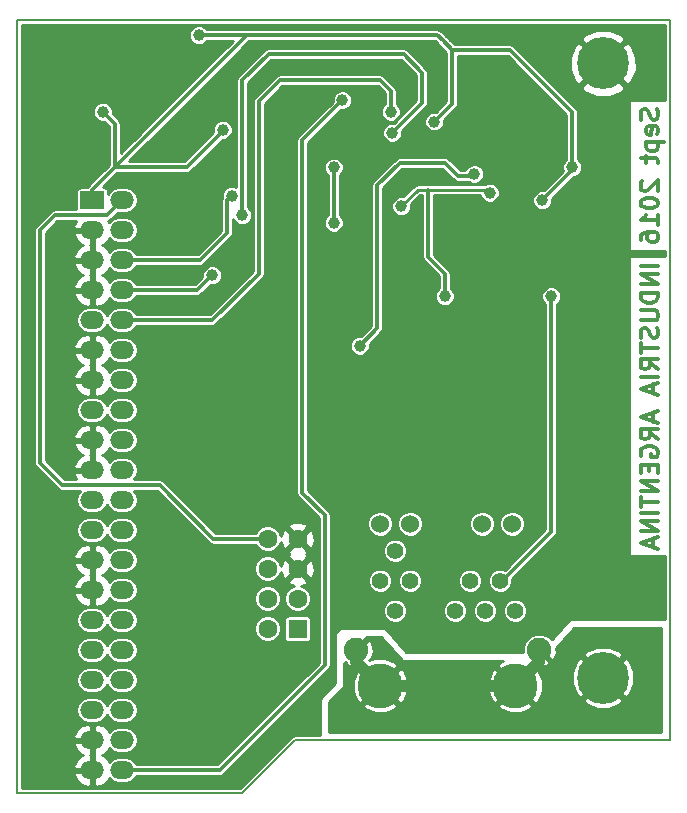
<source format=gbr>
G04 #@! TF.FileFunction,Copper,L2,Bot,Signal*
%FSLAX46Y46*%
G04 Gerber Fmt 4.6, Leading zero omitted, Abs format (unit mm)*
G04 Created by KiCad (PCBNEW 4.0.2+dfsg1-2~bpo8+1-stable) date lun 17 oct 2016 17:04:15 ART*
%MOMM*%
G01*
G04 APERTURE LIST*
%ADD10C,0.100000*%
%ADD11C,0.300000*%
%ADD12C,0.150000*%
%ADD13R,2.000000X1.524000*%
%ADD14O,2.000000X1.524000*%
%ADD15C,1.524000*%
%ADD16C,1.397000*%
%ADD17C,2.082800*%
%ADD18C,3.810000*%
%ADD19R,1.600200X1.600200*%
%ADD20C,1.600200*%
%ADD21C,4.400000*%
%ADD22C,1.000000*%
%ADD23C,0.320000*%
%ADD24C,0.260000*%
%ADD25C,0.203200*%
%ADD26C,1.016000*%
%ADD27C,0.330000*%
%ADD28C,0.550000*%
%ADD29C,0.254000*%
G04 APERTURE END LIST*
D10*
D11*
X145397143Y-76302858D02*
X145468571Y-76517144D01*
X145468571Y-76874287D01*
X145397143Y-77017144D01*
X145325714Y-77088573D01*
X145182857Y-77160001D01*
X145040000Y-77160001D01*
X144897143Y-77088573D01*
X144825714Y-77017144D01*
X144754286Y-76874287D01*
X144682857Y-76588573D01*
X144611429Y-76445715D01*
X144540000Y-76374287D01*
X144397143Y-76302858D01*
X144254286Y-76302858D01*
X144111429Y-76374287D01*
X144040000Y-76445715D01*
X143968571Y-76588573D01*
X143968571Y-76945715D01*
X144040000Y-77160001D01*
X145397143Y-78374286D02*
X145468571Y-78231429D01*
X145468571Y-77945715D01*
X145397143Y-77802858D01*
X145254286Y-77731429D01*
X144682857Y-77731429D01*
X144540000Y-77802858D01*
X144468571Y-77945715D01*
X144468571Y-78231429D01*
X144540000Y-78374286D01*
X144682857Y-78445715D01*
X144825714Y-78445715D01*
X144968571Y-77731429D01*
X144468571Y-79088572D02*
X145968571Y-79088572D01*
X144540000Y-79088572D02*
X144468571Y-79231429D01*
X144468571Y-79517143D01*
X144540000Y-79660000D01*
X144611429Y-79731429D01*
X144754286Y-79802858D01*
X145182857Y-79802858D01*
X145325714Y-79731429D01*
X145397143Y-79660000D01*
X145468571Y-79517143D01*
X145468571Y-79231429D01*
X145397143Y-79088572D01*
X144468571Y-80231429D02*
X144468571Y-80802858D01*
X143968571Y-80445715D02*
X145254286Y-80445715D01*
X145397143Y-80517143D01*
X145468571Y-80660001D01*
X145468571Y-80802858D01*
X144111429Y-82374286D02*
X144040000Y-82445715D01*
X143968571Y-82588572D01*
X143968571Y-82945715D01*
X144040000Y-83088572D01*
X144111429Y-83160001D01*
X144254286Y-83231429D01*
X144397143Y-83231429D01*
X144611429Y-83160001D01*
X145468571Y-82302858D01*
X145468571Y-83231429D01*
X143968571Y-84160000D02*
X143968571Y-84302857D01*
X144040000Y-84445714D01*
X144111429Y-84517143D01*
X144254286Y-84588572D01*
X144540000Y-84660000D01*
X144897143Y-84660000D01*
X145182857Y-84588572D01*
X145325714Y-84517143D01*
X145397143Y-84445714D01*
X145468571Y-84302857D01*
X145468571Y-84160000D01*
X145397143Y-84017143D01*
X145325714Y-83945714D01*
X145182857Y-83874286D01*
X144897143Y-83802857D01*
X144540000Y-83802857D01*
X144254286Y-83874286D01*
X144111429Y-83945714D01*
X144040000Y-84017143D01*
X143968571Y-84160000D01*
X145468571Y-86088571D02*
X145468571Y-85231428D01*
X145468571Y-85660000D02*
X143968571Y-85660000D01*
X144182857Y-85517143D01*
X144325714Y-85374285D01*
X144397143Y-85231428D01*
X143968571Y-87374285D02*
X143968571Y-87088571D01*
X144040000Y-86945714D01*
X144111429Y-86874285D01*
X144325714Y-86731428D01*
X144611429Y-86659999D01*
X145182857Y-86659999D01*
X145325714Y-86731428D01*
X145397143Y-86802856D01*
X145468571Y-86945714D01*
X145468571Y-87231428D01*
X145397143Y-87374285D01*
X145325714Y-87445714D01*
X145182857Y-87517142D01*
X144825714Y-87517142D01*
X144682857Y-87445714D01*
X144611429Y-87374285D01*
X144540000Y-87231428D01*
X144540000Y-86945714D01*
X144611429Y-86802856D01*
X144682857Y-86731428D01*
X144825714Y-86659999D01*
X145468571Y-89517143D02*
X143968571Y-89517143D01*
X145468571Y-90231429D02*
X143968571Y-90231429D01*
X145468571Y-91088572D01*
X143968571Y-91088572D01*
X145468571Y-91802858D02*
X143968571Y-91802858D01*
X143968571Y-92160001D01*
X144040000Y-92374286D01*
X144182857Y-92517144D01*
X144325714Y-92588572D01*
X144611429Y-92660001D01*
X144825714Y-92660001D01*
X145111429Y-92588572D01*
X145254286Y-92517144D01*
X145397143Y-92374286D01*
X145468571Y-92160001D01*
X145468571Y-91802858D01*
X143968571Y-93302858D02*
X145182857Y-93302858D01*
X145325714Y-93374286D01*
X145397143Y-93445715D01*
X145468571Y-93588572D01*
X145468571Y-93874286D01*
X145397143Y-94017144D01*
X145325714Y-94088572D01*
X145182857Y-94160001D01*
X143968571Y-94160001D01*
X145397143Y-94802858D02*
X145468571Y-95017144D01*
X145468571Y-95374287D01*
X145397143Y-95517144D01*
X145325714Y-95588573D01*
X145182857Y-95660001D01*
X145040000Y-95660001D01*
X144897143Y-95588573D01*
X144825714Y-95517144D01*
X144754286Y-95374287D01*
X144682857Y-95088573D01*
X144611429Y-94945715D01*
X144540000Y-94874287D01*
X144397143Y-94802858D01*
X144254286Y-94802858D01*
X144111429Y-94874287D01*
X144040000Y-94945715D01*
X143968571Y-95088573D01*
X143968571Y-95445715D01*
X144040000Y-95660001D01*
X143968571Y-96088572D02*
X143968571Y-96945715D01*
X145468571Y-96517144D02*
X143968571Y-96517144D01*
X145468571Y-98302858D02*
X144754286Y-97802858D01*
X145468571Y-97445715D02*
X143968571Y-97445715D01*
X143968571Y-98017143D01*
X144040000Y-98160001D01*
X144111429Y-98231429D01*
X144254286Y-98302858D01*
X144468571Y-98302858D01*
X144611429Y-98231429D01*
X144682857Y-98160001D01*
X144754286Y-98017143D01*
X144754286Y-97445715D01*
X145468571Y-98945715D02*
X143968571Y-98945715D01*
X145040000Y-99588572D02*
X145040000Y-100302858D01*
X145468571Y-99445715D02*
X143968571Y-99945715D01*
X145468571Y-100445715D01*
X145040000Y-102017143D02*
X145040000Y-102731429D01*
X145468571Y-101874286D02*
X143968571Y-102374286D01*
X145468571Y-102874286D01*
X145468571Y-104231429D02*
X144754286Y-103731429D01*
X145468571Y-103374286D02*
X143968571Y-103374286D01*
X143968571Y-103945714D01*
X144040000Y-104088572D01*
X144111429Y-104160000D01*
X144254286Y-104231429D01*
X144468571Y-104231429D01*
X144611429Y-104160000D01*
X144682857Y-104088572D01*
X144754286Y-103945714D01*
X144754286Y-103374286D01*
X144040000Y-105660000D02*
X143968571Y-105517143D01*
X143968571Y-105302857D01*
X144040000Y-105088572D01*
X144182857Y-104945714D01*
X144325714Y-104874286D01*
X144611429Y-104802857D01*
X144825714Y-104802857D01*
X145111429Y-104874286D01*
X145254286Y-104945714D01*
X145397143Y-105088572D01*
X145468571Y-105302857D01*
X145468571Y-105445714D01*
X145397143Y-105660000D01*
X145325714Y-105731429D01*
X144825714Y-105731429D01*
X144825714Y-105445714D01*
X144682857Y-106374286D02*
X144682857Y-106874286D01*
X145468571Y-107088572D02*
X145468571Y-106374286D01*
X143968571Y-106374286D01*
X143968571Y-107088572D01*
X145468571Y-107731429D02*
X143968571Y-107731429D01*
X145468571Y-108588572D01*
X143968571Y-108588572D01*
X143968571Y-109088572D02*
X143968571Y-109945715D01*
X145468571Y-109517144D02*
X143968571Y-109517144D01*
X145468571Y-110445715D02*
X143968571Y-110445715D01*
X145468571Y-111160001D02*
X143968571Y-111160001D01*
X145468571Y-112017144D01*
X143968571Y-112017144D01*
X145040000Y-112660001D02*
X145040000Y-113374287D01*
X145468571Y-112517144D02*
X143968571Y-113017144D01*
X145468571Y-113517144D01*
D12*
X91195000Y-68750000D02*
X91195000Y-134155000D01*
X146440000Y-68750000D02*
X91195000Y-68750000D01*
X146440000Y-129710000D02*
X146440000Y-68750000D01*
X114690000Y-129710000D02*
X146440000Y-129710000D01*
X110245000Y-134155000D02*
X114690000Y-129710000D01*
X91195000Y-134155000D02*
X110245000Y-134155000D01*
D13*
X97545000Y-83990000D03*
D14*
X100085000Y-83990000D03*
X97545000Y-86530000D03*
X100085000Y-86530000D03*
X97545000Y-89070000D03*
X100085000Y-89070000D03*
X97545000Y-91610000D03*
X100085000Y-91610000D03*
X97545000Y-94150000D03*
X100085000Y-94150000D03*
X97545000Y-96690000D03*
X100085000Y-96690000D03*
X97545000Y-99230000D03*
X100085000Y-99230000D03*
X97545000Y-101770000D03*
X100085000Y-101770000D03*
X97545000Y-104310000D03*
X100085000Y-104310000D03*
X97545000Y-106850000D03*
X100085000Y-106850000D03*
X97545000Y-109390000D03*
X100085000Y-109390000D03*
X97545000Y-111930000D03*
X100085000Y-111930000D03*
X97545000Y-114470000D03*
X100085000Y-114470000D03*
X97545000Y-117010000D03*
X100085000Y-117010000D03*
X97545000Y-119550000D03*
X100085000Y-119550000D03*
X97545000Y-122090000D03*
X100085000Y-122090000D03*
X97545000Y-124630000D03*
X100085000Y-124630000D03*
X97545000Y-127170000D03*
X100085000Y-127170000D03*
X97545000Y-129710000D03*
X100085000Y-129710000D03*
X97545000Y-132250000D03*
X100085000Y-132250000D03*
D15*
X124460000Y-111379000D03*
D16*
X121920000Y-116205000D03*
X124460000Y-116205000D03*
X123190000Y-118745000D03*
X123190000Y-113665000D03*
D15*
X121920000Y-111379000D03*
D17*
X135382000Y-122047000D03*
D18*
X133350000Y-125095000D03*
D16*
X133350000Y-118745000D03*
D18*
X121920000Y-125095000D03*
D17*
X119888000Y-122047000D03*
D16*
X130810000Y-118745000D03*
X128270000Y-118745000D03*
X132080000Y-116205000D03*
X129540000Y-116205000D03*
D15*
X133096000Y-111379000D03*
X130556000Y-111379000D03*
D19*
X114935000Y-120269000D03*
D20*
X112395000Y-120269000D03*
X114935000Y-117729000D03*
X112395000Y-117729000D03*
X114935000Y-115189000D03*
X112395000Y-115189000D03*
X114935000Y-112649000D03*
X112395000Y-112649000D03*
D21*
X140790000Y-124410000D03*
X140790000Y-72410000D03*
D22*
X127390000Y-92118000D03*
X131200000Y-83355000D03*
X136407000Y-92118000D03*
X123707000Y-84498000D03*
X115706000Y-126662000D03*
X108594000Y-133266000D03*
X116722000Y-125646000D03*
X112150000Y-125646000D03*
X112150000Y-123614000D03*
X110118000Y-123614000D03*
X110118000Y-125646000D03*
X102498000Y-133266000D03*
X135518000Y-69766000D03*
X136915000Y-69766000D03*
X136915000Y-71163000D03*
X136915000Y-72687000D03*
X136915000Y-80053000D03*
X136915000Y-78529000D03*
X136915000Y-77132000D03*
X131200000Y-72687000D03*
X132724000Y-72687000D03*
X132724000Y-74084000D03*
X92465000Y-83990000D03*
X92465000Y-80688000D03*
X92465000Y-77767000D03*
X92465000Y-71290000D03*
X92465000Y-69893000D03*
X93862000Y-69893000D03*
X95132000Y-83990000D03*
X95132000Y-86530000D03*
X105800000Y-72306000D03*
X111490000Y-74410000D03*
X103006000Y-79672000D03*
X109190000Y-76710000D03*
X109390000Y-97910000D03*
X109390000Y-100510000D03*
X108990000Y-94710000D03*
X102490000Y-111210000D03*
X104890000Y-111210000D03*
X104890000Y-105310000D03*
X107590000Y-105210000D03*
X107590000Y-107310000D03*
X107590000Y-109610000D03*
X109390000Y-109610000D03*
X109390000Y-107310000D03*
X109390000Y-105210000D03*
X109390000Y-103310000D03*
X103006000Y-83482000D03*
X103006000Y-82212000D03*
X96656000Y-82212000D03*
X96656000Y-80942000D03*
X96656000Y-79672000D03*
X95386000Y-79672000D03*
X95386000Y-80942000D03*
X95386000Y-82212000D03*
X102498000Y-103294000D03*
X104911000Y-103294000D03*
X104911000Y-100500000D03*
X102498000Y-100500000D03*
X102498000Y-97960000D03*
X104911000Y-97960000D03*
X104911000Y-95293000D03*
X104911000Y-92880000D03*
X106181000Y-92880000D03*
X106181000Y-90340000D03*
X102752000Y-90340000D03*
X104911000Y-87800000D03*
X102752000Y-87800000D03*
X112680002Y-76624000D03*
X121294000Y-76497000D03*
X134730600Y-87469800D03*
X136508600Y-90619400D03*
X131428600Y-87012600D03*
X119008000Y-94150000D03*
X116722000Y-94150000D03*
X116722000Y-91864000D03*
X119008000Y-91864000D03*
X119008000Y-89578000D03*
X116722000Y-89578000D03*
X116722000Y-87292000D03*
X119008000Y-87292000D03*
X139582000Y-118026000D03*
X139582000Y-116248000D03*
X139582000Y-114470000D03*
X137804000Y-111422000D03*
X137804000Y-109644000D03*
X137804000Y-101262000D03*
X137804000Y-103040000D03*
X137804000Y-104818000D03*
X137804000Y-106596000D03*
X137804000Y-94150000D03*
X137804000Y-96182000D03*
X137804000Y-97960000D03*
X137804000Y-99738000D03*
X135264000Y-94150000D03*
X135264000Y-96182000D03*
X135264000Y-97960000D03*
X135264000Y-99738000D03*
X114182000Y-103040000D03*
X116214000Y-103040000D03*
X118246000Y-103040000D03*
X118246000Y-104818000D03*
X116214000Y-104818000D03*
X114182000Y-104818000D03*
X112404000Y-104818000D03*
X112404000Y-107358000D03*
X112404000Y-109898000D03*
X105546000Y-129710000D03*
X105546000Y-127170000D03*
X105546000Y-124630000D03*
X105546000Y-122090000D03*
X105546000Y-119550000D03*
X105546000Y-117010000D03*
X105546000Y-114470000D03*
X103006000Y-114470000D03*
X103006000Y-127170000D03*
X103006000Y-124630000D03*
X103006000Y-122090000D03*
X103006000Y-119550000D03*
X103006000Y-117010000D03*
X103006000Y-129710000D03*
X129295000Y-94277000D03*
X126120000Y-82085000D03*
X98434000Y-76497000D03*
X106562000Y-70020000D03*
X108594000Y-78021000D03*
X126501000Y-77335200D03*
X138185000Y-81196000D03*
X135645000Y-83990000D03*
X120190000Y-96310000D03*
X129904600Y-81754800D03*
X122945000Y-78275000D03*
X110245000Y-85260000D03*
X109356000Y-83609000D03*
X122818000Y-76497000D03*
X107705000Y-90340000D03*
X118728600Y-75506400D03*
X144408000Y-121074000D03*
X144408000Y-123106000D03*
X144408000Y-125646000D03*
X144408000Y-127932000D03*
X141614000Y-127932000D03*
X138566000Y-127932000D03*
X135518000Y-127932000D03*
X132470000Y-127932000D03*
X129676000Y-127932000D03*
X127136000Y-127932000D03*
X124850000Y-127932000D03*
X122564000Y-127932000D03*
X120532000Y-127932000D03*
X117990000Y-81210000D03*
X117990000Y-85910000D03*
D23*
X127390000Y-92118000D02*
X127390000Y-90213000D01*
X125993000Y-88816000D02*
X125993000Y-83101000D01*
X127390000Y-90213000D02*
X125993000Y-88816000D01*
D24*
X125993000Y-83101000D02*
X131073000Y-83101000D01*
X131073000Y-83101000D02*
X131200000Y-83228000D01*
X131200000Y-83228000D02*
X131200000Y-83355000D01*
D23*
X136407000Y-92118000D02*
X136407000Y-112057000D01*
X136407000Y-112057000D02*
X132259000Y-116205000D01*
X132259000Y-116205000D02*
X132080000Y-116205000D01*
D24*
X125993000Y-83101000D02*
X125104000Y-83101000D01*
X125104000Y-83101000D02*
X123707000Y-84498000D01*
D25*
X102498000Y-133266000D02*
X108594000Y-133266000D01*
X115706000Y-126662000D02*
X116722000Y-125646000D01*
X112150000Y-125646000D02*
X112150000Y-123614000D01*
X110118000Y-123614000D02*
X110118000Y-125646000D01*
X136915000Y-69766000D02*
X135518000Y-69766000D01*
X136915000Y-72687000D02*
X136915000Y-71163000D01*
X132724000Y-74084000D02*
X133867000Y-74084000D01*
X136915000Y-78529000D02*
X136915000Y-80053000D01*
X133867000Y-74084000D02*
X136915000Y-77132000D01*
X132724000Y-74084000D02*
X132724000Y-72687000D01*
X93862000Y-69893000D02*
X103387000Y-69893000D01*
X92465000Y-80688000D02*
X92465000Y-77767000D01*
X92465000Y-71290000D02*
X92465000Y-69893000D01*
X97545000Y-86530000D02*
X95132000Y-86530000D01*
X95132000Y-83990000D02*
X92465000Y-83990000D01*
X103387000Y-69893000D02*
X105800000Y-72306000D01*
X103006000Y-79672000D02*
X103528000Y-79672000D01*
X106490000Y-76710000D02*
X109190000Y-76710000D01*
X103528000Y-79672000D02*
X106490000Y-76710000D01*
D26*
X109390000Y-97910000D02*
X109390000Y-95110000D01*
X109390000Y-103310000D02*
X109390000Y-100510000D01*
X109390000Y-97910000D02*
X109390000Y-100510000D01*
X109390000Y-95110000D02*
X108990000Y-94710000D01*
X104890000Y-111210000D02*
X102490000Y-111210000D01*
X107490000Y-105310000D02*
X104890000Y-105310000D01*
X107590000Y-105210000D02*
X107490000Y-105310000D01*
X107590000Y-109610000D02*
X107590000Y-107310000D01*
X109390000Y-107310000D02*
X109390000Y-109610000D01*
X109390000Y-103310000D02*
X109390000Y-105210000D01*
D25*
X103006000Y-82212000D02*
X103006000Y-83482000D01*
X96656000Y-80942000D02*
X96656000Y-82212000D01*
X95386000Y-79672000D02*
X96656000Y-79672000D01*
X95386000Y-82212000D02*
X95386000Y-80942000D01*
D23*
X104911000Y-100500000D02*
X104911000Y-103294000D01*
X104911000Y-100500000D02*
X104911000Y-97960000D01*
X104911000Y-95293000D02*
X104911000Y-97960000D01*
X106181000Y-92880000D02*
X104911000Y-92880000D01*
X102752000Y-90340000D02*
X106181000Y-90340000D01*
X102752000Y-87800000D02*
X104911000Y-87800000D01*
D27*
X121294000Y-76497000D02*
X119389000Y-74592000D01*
X119389000Y-74592000D02*
X113547000Y-74592000D01*
X113547000Y-74592000D02*
X112680002Y-75458998D01*
X112680002Y-75458998D02*
X112680002Y-76624000D01*
X131428600Y-87012600D02*
X132571600Y-88155600D01*
X134044800Y-88155600D02*
X134730600Y-87469800D01*
X132571600Y-88155600D02*
X134044800Y-88155600D01*
X135035400Y-90619400D02*
X136508600Y-90619400D01*
X131428600Y-87012600D02*
X135035400Y-90619400D01*
D28*
X116722000Y-94150000D02*
X119008000Y-94150000D01*
X119008000Y-91864000D02*
X116722000Y-91864000D01*
X116722000Y-89578000D02*
X119008000Y-89578000D01*
X119008000Y-87292000D02*
X116722000Y-87292000D01*
X137804000Y-106596000D02*
X137804000Y-109644000D01*
X139582000Y-116248000D02*
X139582000Y-118026000D01*
X139582000Y-113200000D02*
X139582000Y-114470000D01*
X137804000Y-111422000D02*
X139582000Y-113200000D01*
X137804000Y-103040000D02*
X137804000Y-101262000D01*
X137804000Y-106596000D02*
X137804000Y-104818000D01*
D26*
X137804000Y-96182000D02*
X137804000Y-94150000D01*
X137804000Y-99738000D02*
X137804000Y-97960000D01*
X118246000Y-103040000D02*
X118246000Y-101516000D01*
X135264000Y-97960000D02*
X135264000Y-96182000D01*
X120024000Y-99738000D02*
X135264000Y-99738000D01*
X118246000Y-101516000D02*
X120024000Y-99738000D01*
X112404000Y-104818000D02*
X114182000Y-104818000D01*
X118246000Y-103040000D02*
X116214000Y-103040000D01*
X116214000Y-104818000D02*
X118246000Y-104818000D01*
X112404000Y-109898000D02*
X112404000Y-107358000D01*
X103006000Y-114470000D02*
X105546000Y-114470000D01*
X105546000Y-127170000D02*
X105546000Y-129710000D01*
X105546000Y-122090000D02*
X105546000Y-124630000D01*
X105546000Y-117010000D02*
X105546000Y-119550000D01*
X103006000Y-124630000D02*
X103006000Y-122090000D01*
X103006000Y-119550000D02*
X103006000Y-117010000D01*
X103006000Y-127170000D02*
X103006000Y-129710000D01*
X103006000Y-114470000D02*
X103006000Y-117010000D01*
D23*
X99450000Y-81196000D02*
X99450000Y-77513000D01*
X99450000Y-77513000D02*
X98434000Y-76497000D01*
X110626000Y-70020000D02*
X106562000Y-70020000D01*
D27*
X128025000Y-71290000D02*
X132920000Y-71290000D01*
X138185000Y-76555000D02*
X138185000Y-81196000D01*
X132920000Y-71290000D02*
X138185000Y-76555000D01*
X108594000Y-78148000D02*
X105546000Y-81196000D01*
X105546000Y-81196000D02*
X99450000Y-81196000D01*
X108594000Y-78021000D02*
X108594000Y-78148000D01*
X128025000Y-75735000D02*
X128025000Y-71290000D01*
D25*
X128025000Y-75811200D02*
X128025000Y-75735000D01*
D27*
X126501000Y-77335200D02*
X128025000Y-75811200D01*
X100085000Y-80561000D02*
X101482000Y-79164000D01*
X126755000Y-70020000D02*
X110626000Y-70020000D01*
X110626000Y-70020000D02*
X105263000Y-75383000D01*
X105263000Y-75383000D02*
X103831500Y-76814500D01*
X103831500Y-76814500D02*
X100085000Y-80561000D01*
D23*
X127199500Y-70464500D02*
X126755000Y-70020000D01*
D27*
X128025000Y-71290000D02*
X127199500Y-70464500D01*
X100085000Y-80561000D02*
X99450000Y-81196000D01*
X99450000Y-81196000D02*
X98942000Y-81704000D01*
X98942000Y-81704000D02*
X97545000Y-83101000D01*
X97545000Y-83101000D02*
X97545000Y-83990000D01*
X97545000Y-83101000D02*
X99704000Y-80942000D01*
X97545000Y-83990000D02*
X97545000Y-83101000D01*
X138185000Y-81450000D02*
X138185000Y-81196000D01*
X135645000Y-83990000D02*
X138185000Y-81450000D01*
X120190000Y-96310000D02*
X121675000Y-94825000D01*
X121675000Y-94825000D02*
X121675000Y-94785000D01*
X129904600Y-81754800D02*
X129701400Y-81958000D01*
X121675000Y-82720000D02*
X121675000Y-94785000D01*
X128533000Y-81958000D02*
X127390000Y-80815000D01*
X127390000Y-80815000D02*
X123580000Y-80815000D01*
X123580000Y-80815000D02*
X121675000Y-82720000D01*
X129701400Y-81958000D02*
X128533000Y-81958000D01*
X112395000Y-112649000D02*
X107789000Y-112649000D01*
X98815000Y-85260000D02*
X100085000Y-83990000D01*
X94370000Y-85260000D02*
X98815000Y-85260000D01*
X93100000Y-86530000D02*
X94370000Y-85260000D01*
X93100000Y-106215000D02*
X93100000Y-86530000D01*
X95005000Y-108120000D02*
X93100000Y-106215000D01*
X103260000Y-108120000D02*
X95005000Y-108120000D01*
X107789000Y-112649000D02*
X103260000Y-108120000D01*
X123897500Y-71607500D02*
X125485000Y-73195000D01*
X125485000Y-75735000D02*
X125485000Y-73195000D01*
X122945000Y-78275000D02*
X125485000Y-75735000D01*
X110245000Y-73830000D02*
X110245000Y-85260000D01*
X112467500Y-71607500D02*
X110245000Y-73830000D01*
X112467500Y-71607500D02*
X123897500Y-71607500D01*
X108975000Y-86784000D02*
X108975000Y-86784000D01*
X100085000Y-89070000D02*
X106689000Y-89070000D01*
X106689000Y-89070000D02*
X108975000Y-86784000D01*
X108975000Y-83990000D02*
X109356000Y-83609000D01*
X108975000Y-86784000D02*
X108975000Y-83990000D01*
X122818000Y-76497000D02*
X122818000Y-75100000D01*
X122818000Y-75100000D02*
X122818000Y-74719000D01*
X122818000Y-74719000D02*
X121929000Y-73830000D01*
X121929000Y-73830000D02*
X121040000Y-73830000D01*
X100085000Y-94150000D02*
X107705000Y-94150000D01*
X111642000Y-90213000D02*
X111642000Y-75608000D01*
X107705000Y-94150000D02*
X111642000Y-90213000D01*
X113420000Y-73830000D02*
X121040000Y-73830000D01*
X111642000Y-75608000D02*
X113420000Y-73830000D01*
X100085000Y-91610000D02*
X106435000Y-91610000D01*
X106435000Y-91610000D02*
X107705000Y-90340000D01*
X108340000Y-132250000D02*
X100085000Y-132250000D01*
X117230000Y-123360000D02*
X108340000Y-132250000D01*
X117230000Y-110660000D02*
X117230000Y-123360000D01*
X115325000Y-108755000D02*
X117230000Y-110660000D01*
X115325000Y-78910000D02*
X115325000Y-108755000D01*
X118728600Y-75506400D02*
X115325000Y-78910000D01*
D26*
X121920000Y-125095000D02*
X119888000Y-123063000D01*
X119888000Y-123063000D02*
X119888000Y-122047000D01*
X133350000Y-125095000D02*
X121920000Y-125095000D01*
X133350000Y-125095000D02*
X135382000Y-123063000D01*
X144408000Y-125646000D02*
X144408000Y-123106000D01*
X141614000Y-127932000D02*
X144408000Y-127932000D01*
X135518000Y-127932000D02*
X138566000Y-127932000D01*
X129676000Y-127932000D02*
X132470000Y-127932000D01*
X124850000Y-127932000D02*
X127136000Y-127932000D01*
X120532000Y-127932000D02*
X122564000Y-127932000D01*
X135382000Y-123063000D02*
X135382000Y-122047000D01*
D27*
X117990000Y-81210000D02*
X117990000Y-85910000D01*
D29*
G36*
X146034800Y-75536944D02*
X142959800Y-75536944D01*
X142959800Y-88283056D01*
X146034800Y-88283056D01*
X146034800Y-88679799D01*
X142959800Y-88679799D01*
X142959800Y-114140200D01*
X146034800Y-114140200D01*
X146034800Y-119423000D01*
X138312000Y-119423000D01*
X138045341Y-119481703D01*
X137842138Y-119630853D01*
X136443705Y-121169129D01*
X136159963Y-120884892D01*
X135656025Y-120675639D01*
X135110369Y-120675163D01*
X134606066Y-120883536D01*
X134219892Y-121269037D01*
X134010639Y-121772975D01*
X134010252Y-122217000D01*
X124122142Y-122217000D01*
X122533886Y-120401850D01*
X122303051Y-120235029D01*
X122056000Y-120185000D01*
X118754000Y-120185000D01*
X118523205Y-120228427D01*
X118311233Y-120364827D01*
X118169029Y-120572949D01*
X118119000Y-120820000D01*
X118119000Y-124874974D01*
X117034987Y-125958987D01*
X116899029Y-126160949D01*
X116849000Y-126408000D01*
X116849000Y-129304800D01*
X114690000Y-129304800D01*
X114534936Y-129335644D01*
X114488114Y-129366930D01*
X114403480Y-129423480D01*
X114403478Y-129423483D01*
X110077160Y-133749800D01*
X91600200Y-133749800D01*
X91600200Y-132593070D01*
X95952780Y-132593070D01*
X95969623Y-132685230D01*
X96237980Y-133163892D01*
X96669086Y-133503422D01*
X97197308Y-133652130D01*
X97418000Y-133493277D01*
X97418000Y-132377000D01*
X96075280Y-132377000D01*
X95952780Y-132593070D01*
X91600200Y-132593070D01*
X91600200Y-130053070D01*
X95952780Y-130053070D01*
X95969623Y-130145230D01*
X96237980Y-130623892D01*
X96669086Y-130963422D01*
X96727972Y-130980000D01*
X96669086Y-130996578D01*
X96237980Y-131336108D01*
X95969623Y-131814770D01*
X95952780Y-131906930D01*
X96075280Y-132123000D01*
X97418000Y-132123000D01*
X97418000Y-131006723D01*
X97380874Y-130980000D01*
X97418000Y-130953277D01*
X97418000Y-129837000D01*
X96075280Y-129837000D01*
X95952780Y-130053070D01*
X91600200Y-130053070D01*
X91600200Y-129366930D01*
X95952780Y-129366930D01*
X96075280Y-129583000D01*
X97418000Y-129583000D01*
X97418000Y-128466723D01*
X97672000Y-128466723D01*
X97672000Y-129583000D01*
X97692000Y-129583000D01*
X97692000Y-129837000D01*
X97672000Y-129837000D01*
X97672000Y-130953277D01*
X97709126Y-130980000D01*
X97672000Y-131006723D01*
X97672000Y-132123000D01*
X97692000Y-132123000D01*
X97692000Y-132377000D01*
X97672000Y-132377000D01*
X97672000Y-133493277D01*
X97892692Y-133652130D01*
X98420914Y-133503422D01*
X98852020Y-133163892D01*
X98984890Y-132926896D01*
X99048638Y-133022302D01*
X99402973Y-133259061D01*
X99820940Y-133342200D01*
X100349060Y-133342200D01*
X100767027Y-133259061D01*
X101121362Y-133022302D01*
X101306516Y-132745200D01*
X108340000Y-132745200D01*
X108529505Y-132707505D01*
X108690159Y-132600159D01*
X117580160Y-123710159D01*
X117670031Y-123575656D01*
X117687505Y-123549505D01*
X117725200Y-123360000D01*
X117725200Y-118948723D01*
X122161122Y-118948723D01*
X122317402Y-119326950D01*
X122606528Y-119616581D01*
X122984481Y-119773521D01*
X123393723Y-119773878D01*
X123771950Y-119617598D01*
X124061581Y-119328472D01*
X124218521Y-118950519D01*
X124218522Y-118948723D01*
X127241122Y-118948723D01*
X127397402Y-119326950D01*
X127686528Y-119616581D01*
X128064481Y-119773521D01*
X128473723Y-119773878D01*
X128851950Y-119617598D01*
X129141581Y-119328472D01*
X129298521Y-118950519D01*
X129298522Y-118948723D01*
X129781122Y-118948723D01*
X129937402Y-119326950D01*
X130226528Y-119616581D01*
X130604481Y-119773521D01*
X131013723Y-119773878D01*
X131391950Y-119617598D01*
X131681581Y-119328472D01*
X131838521Y-118950519D01*
X131838522Y-118948723D01*
X132321122Y-118948723D01*
X132477402Y-119326950D01*
X132766528Y-119616581D01*
X133144481Y-119773521D01*
X133553723Y-119773878D01*
X133931950Y-119617598D01*
X134221581Y-119328472D01*
X134378521Y-118950519D01*
X134378878Y-118541277D01*
X134222598Y-118163050D01*
X133933472Y-117873419D01*
X133555519Y-117716479D01*
X133146277Y-117716122D01*
X132768050Y-117872402D01*
X132478419Y-118161528D01*
X132321479Y-118539481D01*
X132321122Y-118948723D01*
X131838522Y-118948723D01*
X131838878Y-118541277D01*
X131682598Y-118163050D01*
X131393472Y-117873419D01*
X131015519Y-117716479D01*
X130606277Y-117716122D01*
X130228050Y-117872402D01*
X129938419Y-118161528D01*
X129781479Y-118539481D01*
X129781122Y-118948723D01*
X129298522Y-118948723D01*
X129298878Y-118541277D01*
X129142598Y-118163050D01*
X128853472Y-117873419D01*
X128475519Y-117716479D01*
X128066277Y-117716122D01*
X127688050Y-117872402D01*
X127398419Y-118161528D01*
X127241479Y-118539481D01*
X127241122Y-118948723D01*
X124218522Y-118948723D01*
X124218878Y-118541277D01*
X124062598Y-118163050D01*
X123773472Y-117873419D01*
X123395519Y-117716479D01*
X122986277Y-117716122D01*
X122608050Y-117872402D01*
X122318419Y-118161528D01*
X122161479Y-118539481D01*
X122161122Y-118948723D01*
X117725200Y-118948723D01*
X117725200Y-116408723D01*
X120891122Y-116408723D01*
X121047402Y-116786950D01*
X121336528Y-117076581D01*
X121714481Y-117233521D01*
X122123723Y-117233878D01*
X122501950Y-117077598D01*
X122791581Y-116788472D01*
X122948521Y-116410519D01*
X122948522Y-116408723D01*
X123431122Y-116408723D01*
X123587402Y-116786950D01*
X123876528Y-117076581D01*
X124254481Y-117233521D01*
X124663723Y-117233878D01*
X125041950Y-117077598D01*
X125331581Y-116788472D01*
X125488521Y-116410519D01*
X125488522Y-116408723D01*
X128511122Y-116408723D01*
X128667402Y-116786950D01*
X128956528Y-117076581D01*
X129334481Y-117233521D01*
X129743723Y-117233878D01*
X130121950Y-117077598D01*
X130411581Y-116788472D01*
X130568521Y-116410519D01*
X130568522Y-116408723D01*
X131051122Y-116408723D01*
X131207402Y-116786950D01*
X131496528Y-117076581D01*
X131874481Y-117233521D01*
X132283723Y-117233878D01*
X132661950Y-117077598D01*
X132951581Y-116788472D01*
X133108521Y-116410519D01*
X133108837Y-116048411D01*
X136753624Y-112403624D01*
X136859886Y-112244592D01*
X136897200Y-112057000D01*
X136897200Y-92801712D01*
X137110399Y-92588885D01*
X137237056Y-92283862D01*
X137237344Y-91953587D01*
X137111220Y-91648344D01*
X136877885Y-91414601D01*
X136572862Y-91287944D01*
X136242587Y-91287656D01*
X135937344Y-91413780D01*
X135703601Y-91647115D01*
X135576944Y-91952138D01*
X135576656Y-92282413D01*
X135702780Y-92587656D01*
X135916800Y-92802050D01*
X135916800Y-111853952D01*
X132503683Y-115267069D01*
X132285519Y-115176479D01*
X131876277Y-115176122D01*
X131498050Y-115332402D01*
X131208419Y-115621528D01*
X131051479Y-115999481D01*
X131051122Y-116408723D01*
X130568522Y-116408723D01*
X130568878Y-116001277D01*
X130412598Y-115623050D01*
X130123472Y-115333419D01*
X129745519Y-115176479D01*
X129336277Y-115176122D01*
X128958050Y-115332402D01*
X128668419Y-115621528D01*
X128511479Y-115999481D01*
X128511122Y-116408723D01*
X125488522Y-116408723D01*
X125488878Y-116001277D01*
X125332598Y-115623050D01*
X125043472Y-115333419D01*
X124665519Y-115176479D01*
X124256277Y-115176122D01*
X123878050Y-115332402D01*
X123588419Y-115621528D01*
X123431479Y-115999481D01*
X123431122Y-116408723D01*
X122948522Y-116408723D01*
X122948878Y-116001277D01*
X122792598Y-115623050D01*
X122503472Y-115333419D01*
X122125519Y-115176479D01*
X121716277Y-115176122D01*
X121338050Y-115332402D01*
X121048419Y-115621528D01*
X120891479Y-115999481D01*
X120891122Y-116408723D01*
X117725200Y-116408723D01*
X117725200Y-113868723D01*
X122161122Y-113868723D01*
X122317402Y-114246950D01*
X122606528Y-114536581D01*
X122984481Y-114693521D01*
X123393723Y-114693878D01*
X123771950Y-114537598D01*
X124061581Y-114248472D01*
X124218521Y-113870519D01*
X124218878Y-113461277D01*
X124062598Y-113083050D01*
X123773472Y-112793419D01*
X123395519Y-112636479D01*
X122986277Y-112636122D01*
X122608050Y-112792402D01*
X122318419Y-113081528D01*
X122161479Y-113459481D01*
X122161122Y-113868723D01*
X117725200Y-113868723D01*
X117725200Y-111595299D01*
X120827611Y-111595299D01*
X120993538Y-111996873D01*
X121300511Y-112304382D01*
X121701795Y-112471010D01*
X122136299Y-112471389D01*
X122537873Y-112305462D01*
X122845382Y-111998489D01*
X123012010Y-111597205D01*
X123012011Y-111595299D01*
X123367611Y-111595299D01*
X123533538Y-111996873D01*
X123840511Y-112304382D01*
X124241795Y-112471010D01*
X124676299Y-112471389D01*
X125077873Y-112305462D01*
X125385382Y-111998489D01*
X125552010Y-111597205D01*
X125552011Y-111595299D01*
X129463611Y-111595299D01*
X129629538Y-111996873D01*
X129936511Y-112304382D01*
X130337795Y-112471010D01*
X130772299Y-112471389D01*
X131173873Y-112305462D01*
X131481382Y-111998489D01*
X131648010Y-111597205D01*
X131648011Y-111595299D01*
X132003611Y-111595299D01*
X132169538Y-111996873D01*
X132476511Y-112304382D01*
X132877795Y-112471010D01*
X133312299Y-112471389D01*
X133713873Y-112305462D01*
X134021382Y-111998489D01*
X134188010Y-111597205D01*
X134188389Y-111162701D01*
X134022462Y-110761127D01*
X133715489Y-110453618D01*
X133314205Y-110286990D01*
X132879701Y-110286611D01*
X132478127Y-110452538D01*
X132170618Y-110759511D01*
X132003990Y-111160795D01*
X132003611Y-111595299D01*
X131648011Y-111595299D01*
X131648389Y-111162701D01*
X131482462Y-110761127D01*
X131175489Y-110453618D01*
X130774205Y-110286990D01*
X130339701Y-110286611D01*
X129938127Y-110452538D01*
X129630618Y-110759511D01*
X129463990Y-111160795D01*
X129463611Y-111595299D01*
X125552011Y-111595299D01*
X125552389Y-111162701D01*
X125386462Y-110761127D01*
X125079489Y-110453618D01*
X124678205Y-110286990D01*
X124243701Y-110286611D01*
X123842127Y-110452538D01*
X123534618Y-110759511D01*
X123367990Y-111160795D01*
X123367611Y-111595299D01*
X123012011Y-111595299D01*
X123012389Y-111162701D01*
X122846462Y-110761127D01*
X122539489Y-110453618D01*
X122138205Y-110286990D01*
X121703701Y-110286611D01*
X121302127Y-110452538D01*
X120994618Y-110759511D01*
X120827990Y-111160795D01*
X120827611Y-111595299D01*
X117725200Y-111595299D01*
X117725200Y-110660000D01*
X117687505Y-110470495D01*
X117580159Y-110309841D01*
X115820200Y-108549882D01*
X115820200Y-96474413D01*
X119359656Y-96474413D01*
X119485780Y-96779656D01*
X119719115Y-97013399D01*
X120024138Y-97140056D01*
X120354413Y-97140344D01*
X120659656Y-97014220D01*
X120893399Y-96780885D01*
X121020056Y-96475862D01*
X121020314Y-96180004D01*
X122025159Y-95175159D01*
X122132505Y-95014505D01*
X122170200Y-94825000D01*
X122170200Y-84662413D01*
X122876656Y-84662413D01*
X123002780Y-84967656D01*
X123236115Y-85201399D01*
X123541138Y-85328056D01*
X123871413Y-85328344D01*
X124176656Y-85202220D01*
X124410399Y-84968885D01*
X124537056Y-84663862D01*
X124537344Y-84333587D01*
X124532926Y-84322895D01*
X125294621Y-83561200D01*
X125502800Y-83561200D01*
X125502800Y-88816000D01*
X125540114Y-89003592D01*
X125646376Y-89162624D01*
X126899800Y-90416047D01*
X126899800Y-91434288D01*
X126686601Y-91647115D01*
X126559944Y-91952138D01*
X126559656Y-92282413D01*
X126685780Y-92587656D01*
X126919115Y-92821399D01*
X127224138Y-92948056D01*
X127554413Y-92948344D01*
X127859656Y-92822220D01*
X128093399Y-92588885D01*
X128220056Y-92283862D01*
X128220344Y-91953587D01*
X128094220Y-91648344D01*
X127880200Y-91433950D01*
X127880200Y-90213000D01*
X127842886Y-90025409D01*
X127736624Y-89866376D01*
X127736621Y-89866374D01*
X126483200Y-88612952D01*
X126483200Y-83561200D01*
X130386922Y-83561200D01*
X130495780Y-83824656D01*
X130729115Y-84058399D01*
X131034138Y-84185056D01*
X131364413Y-84185344D01*
X131669656Y-84059220D01*
X131903399Y-83825885D01*
X132030056Y-83520862D01*
X132030344Y-83190587D01*
X131904220Y-82885344D01*
X131670885Y-82651601D01*
X131365862Y-82524944D01*
X131035587Y-82524656D01*
X130754497Y-82640800D01*
X126143821Y-82640800D01*
X125993000Y-82610800D01*
X125842179Y-82640800D01*
X125104000Y-82640800D01*
X124927889Y-82675831D01*
X124778589Y-82775589D01*
X124778587Y-82775592D01*
X123882311Y-83671868D01*
X123872862Y-83667944D01*
X123542587Y-83667656D01*
X123237344Y-83793780D01*
X123003601Y-84027115D01*
X122876944Y-84332138D01*
X122876656Y-84662413D01*
X122170200Y-84662413D01*
X122170200Y-82925118D01*
X123785118Y-81310200D01*
X127184882Y-81310200D01*
X128182841Y-82308159D01*
X128343495Y-82415505D01*
X128533000Y-82453200D01*
X129428725Y-82453200D01*
X129433715Y-82458199D01*
X129738738Y-82584856D01*
X130069013Y-82585144D01*
X130374256Y-82459020D01*
X130607999Y-82225685D01*
X130734656Y-81920662D01*
X130734944Y-81590387D01*
X130608820Y-81285144D01*
X130375485Y-81051401D01*
X130070462Y-80924744D01*
X129740187Y-80924456D01*
X129434944Y-81050580D01*
X129201201Y-81283915D01*
X129126921Y-81462800D01*
X128738118Y-81462800D01*
X127740159Y-80464841D01*
X127579505Y-80357495D01*
X127390000Y-80319800D01*
X123580000Y-80319800D01*
X123390495Y-80357495D01*
X123229841Y-80464841D01*
X121324841Y-82369841D01*
X121217495Y-82530495D01*
X121179800Y-82720000D01*
X121179800Y-94619882D01*
X120319769Y-95479913D01*
X120025587Y-95479656D01*
X119720344Y-95605780D01*
X119486601Y-95839115D01*
X119359944Y-96144138D01*
X119359656Y-96474413D01*
X115820200Y-96474413D01*
X115820200Y-81374413D01*
X117159656Y-81374413D01*
X117285780Y-81679656D01*
X117494800Y-81889041D01*
X117494800Y-85231279D01*
X117286601Y-85439115D01*
X117159944Y-85744138D01*
X117159656Y-86074413D01*
X117285780Y-86379656D01*
X117519115Y-86613399D01*
X117824138Y-86740056D01*
X118154413Y-86740344D01*
X118459656Y-86614220D01*
X118693399Y-86380885D01*
X118820056Y-86075862D01*
X118820344Y-85745587D01*
X118694220Y-85440344D01*
X118485200Y-85230959D01*
X118485200Y-81888721D01*
X118693399Y-81680885D01*
X118820056Y-81375862D01*
X118820344Y-81045587D01*
X118694220Y-80740344D01*
X118460885Y-80506601D01*
X118155862Y-80379944D01*
X117825587Y-80379656D01*
X117520344Y-80505780D01*
X117286601Y-80739115D01*
X117159944Y-81044138D01*
X117159656Y-81374413D01*
X115820200Y-81374413D01*
X115820200Y-79115118D01*
X118598831Y-76336487D01*
X118893013Y-76336744D01*
X119198256Y-76210620D01*
X119431999Y-75977285D01*
X119558656Y-75672262D01*
X119558944Y-75341987D01*
X119432820Y-75036744D01*
X119199485Y-74803001D01*
X118894462Y-74676344D01*
X118564187Y-74676056D01*
X118258944Y-74802180D01*
X118025201Y-75035515D01*
X117898544Y-75340538D01*
X117898286Y-75636396D01*
X114974841Y-78559841D01*
X114867495Y-78720495D01*
X114829800Y-78910000D01*
X114829800Y-108755000D01*
X114867495Y-108944505D01*
X114974841Y-109105159D01*
X116734800Y-110865118D01*
X116734800Y-123154881D01*
X108134882Y-131754800D01*
X101306516Y-131754800D01*
X101121362Y-131477698D01*
X100767027Y-131240939D01*
X100349060Y-131157800D01*
X99820940Y-131157800D01*
X99402973Y-131240939D01*
X99048638Y-131477698D01*
X98984890Y-131573104D01*
X98852020Y-131336108D01*
X98420914Y-130996578D01*
X98362028Y-130980000D01*
X98420914Y-130963422D01*
X98852020Y-130623892D01*
X98984890Y-130386896D01*
X99048638Y-130482302D01*
X99402973Y-130719061D01*
X99820940Y-130802200D01*
X100349060Y-130802200D01*
X100767027Y-130719061D01*
X101121362Y-130482302D01*
X101358121Y-130127967D01*
X101441260Y-129710000D01*
X101358121Y-129292033D01*
X101121362Y-128937698D01*
X100767027Y-128700939D01*
X100349060Y-128617800D01*
X99820940Y-128617800D01*
X99402973Y-128700939D01*
X99048638Y-128937698D01*
X98984890Y-129033104D01*
X98852020Y-128796108D01*
X98420914Y-128456578D01*
X97892692Y-128307870D01*
X97672000Y-128466723D01*
X97418000Y-128466723D01*
X97197308Y-128307870D01*
X96669086Y-128456578D01*
X96237980Y-128796108D01*
X95969623Y-129274770D01*
X95952780Y-129366930D01*
X91600200Y-129366930D01*
X91600200Y-127170000D01*
X96188740Y-127170000D01*
X96271879Y-127587967D01*
X96508638Y-127942302D01*
X96862973Y-128179061D01*
X97280940Y-128262200D01*
X97809060Y-128262200D01*
X98227027Y-128179061D01*
X98581362Y-127942302D01*
X98815000Y-127592638D01*
X99048638Y-127942302D01*
X99402973Y-128179061D01*
X99820940Y-128262200D01*
X100349060Y-128262200D01*
X100767027Y-128179061D01*
X101121362Y-127942302D01*
X101358121Y-127587967D01*
X101441260Y-127170000D01*
X101358121Y-126752033D01*
X101121362Y-126397698D01*
X100767027Y-126160939D01*
X100349060Y-126077800D01*
X99820940Y-126077800D01*
X99402973Y-126160939D01*
X99048638Y-126397698D01*
X98815000Y-126747362D01*
X98581362Y-126397698D01*
X98227027Y-126160939D01*
X97809060Y-126077800D01*
X97280940Y-126077800D01*
X96862973Y-126160939D01*
X96508638Y-126397698D01*
X96271879Y-126752033D01*
X96188740Y-127170000D01*
X91600200Y-127170000D01*
X91600200Y-124630000D01*
X96188740Y-124630000D01*
X96271879Y-125047967D01*
X96508638Y-125402302D01*
X96862973Y-125639061D01*
X97280940Y-125722200D01*
X97809060Y-125722200D01*
X98227027Y-125639061D01*
X98581362Y-125402302D01*
X98815000Y-125052638D01*
X99048638Y-125402302D01*
X99402973Y-125639061D01*
X99820940Y-125722200D01*
X100349060Y-125722200D01*
X100767027Y-125639061D01*
X101121362Y-125402302D01*
X101358121Y-125047967D01*
X101441260Y-124630000D01*
X101358121Y-124212033D01*
X101121362Y-123857698D01*
X100767027Y-123620939D01*
X100349060Y-123537800D01*
X99820940Y-123537800D01*
X99402973Y-123620939D01*
X99048638Y-123857698D01*
X98815000Y-124207362D01*
X98581362Y-123857698D01*
X98227027Y-123620939D01*
X97809060Y-123537800D01*
X97280940Y-123537800D01*
X96862973Y-123620939D01*
X96508638Y-123857698D01*
X96271879Y-124212033D01*
X96188740Y-124630000D01*
X91600200Y-124630000D01*
X91600200Y-122090000D01*
X96188740Y-122090000D01*
X96271879Y-122507967D01*
X96508638Y-122862302D01*
X96862973Y-123099061D01*
X97280940Y-123182200D01*
X97809060Y-123182200D01*
X98227027Y-123099061D01*
X98581362Y-122862302D01*
X98815000Y-122512638D01*
X99048638Y-122862302D01*
X99402973Y-123099061D01*
X99820940Y-123182200D01*
X100349060Y-123182200D01*
X100767027Y-123099061D01*
X101121362Y-122862302D01*
X101358121Y-122507967D01*
X101441260Y-122090000D01*
X101358121Y-121672033D01*
X101121362Y-121317698D01*
X100767027Y-121080939D01*
X100349060Y-120997800D01*
X99820940Y-120997800D01*
X99402973Y-121080939D01*
X99048638Y-121317698D01*
X98815000Y-121667362D01*
X98581362Y-121317698D01*
X98227027Y-121080939D01*
X97809060Y-120997800D01*
X97280940Y-120997800D01*
X96862973Y-121080939D01*
X96508638Y-121317698D01*
X96271879Y-121672033D01*
X96188740Y-122090000D01*
X91600200Y-122090000D01*
X91600200Y-119550000D01*
X96188740Y-119550000D01*
X96271879Y-119967967D01*
X96508638Y-120322302D01*
X96862973Y-120559061D01*
X97280940Y-120642200D01*
X97809060Y-120642200D01*
X98227027Y-120559061D01*
X98581362Y-120322302D01*
X98815000Y-119972638D01*
X99048638Y-120322302D01*
X99402973Y-120559061D01*
X99820940Y-120642200D01*
X100349060Y-120642200D01*
X100767027Y-120559061D01*
X100866127Y-120492844D01*
X111264504Y-120492844D01*
X111436219Y-120908427D01*
X111753900Y-121226663D01*
X112169183Y-121399103D01*
X112618844Y-121399496D01*
X113034427Y-121227781D01*
X113352663Y-120910100D01*
X113525103Y-120494817D01*
X113525496Y-120045156D01*
X113353781Y-119629573D01*
X113193389Y-119468900D01*
X113798231Y-119468900D01*
X113798231Y-121069100D01*
X113821256Y-121191465D01*
X113893573Y-121303849D01*
X114003917Y-121379244D01*
X114134900Y-121405769D01*
X115735100Y-121405769D01*
X115857465Y-121382744D01*
X115969849Y-121310427D01*
X116045244Y-121200083D01*
X116071769Y-121069100D01*
X116071769Y-119468900D01*
X116048744Y-119346535D01*
X115976427Y-119234151D01*
X115866083Y-119158756D01*
X115735100Y-119132231D01*
X114134900Y-119132231D01*
X114012535Y-119155256D01*
X113900151Y-119227573D01*
X113824756Y-119337917D01*
X113798231Y-119468900D01*
X113193389Y-119468900D01*
X113036100Y-119311337D01*
X112620817Y-119138897D01*
X112171156Y-119138504D01*
X111755573Y-119310219D01*
X111437337Y-119627900D01*
X111264897Y-120043183D01*
X111264504Y-120492844D01*
X100866127Y-120492844D01*
X101121362Y-120322302D01*
X101358121Y-119967967D01*
X101441260Y-119550000D01*
X101358121Y-119132033D01*
X101121362Y-118777698D01*
X100767027Y-118540939D01*
X100349060Y-118457800D01*
X99820940Y-118457800D01*
X99402973Y-118540939D01*
X99048638Y-118777698D01*
X98815000Y-119127362D01*
X98581362Y-118777698D01*
X98227027Y-118540939D01*
X97809060Y-118457800D01*
X97280940Y-118457800D01*
X96862973Y-118540939D01*
X96508638Y-118777698D01*
X96271879Y-119132033D01*
X96188740Y-119550000D01*
X91600200Y-119550000D01*
X91600200Y-117353070D01*
X95952780Y-117353070D01*
X95969623Y-117445230D01*
X96237980Y-117923892D01*
X96669086Y-118263422D01*
X97197308Y-118412130D01*
X97418000Y-118253277D01*
X97418000Y-117137000D01*
X96075280Y-117137000D01*
X95952780Y-117353070D01*
X91600200Y-117353070D01*
X91600200Y-114813070D01*
X95952780Y-114813070D01*
X95969623Y-114905230D01*
X96237980Y-115383892D01*
X96669086Y-115723422D01*
X96727972Y-115740000D01*
X96669086Y-115756578D01*
X96237980Y-116096108D01*
X95969623Y-116574770D01*
X95952780Y-116666930D01*
X96075280Y-116883000D01*
X97418000Y-116883000D01*
X97418000Y-115766723D01*
X97380874Y-115740000D01*
X97418000Y-115713277D01*
X97418000Y-114597000D01*
X96075280Y-114597000D01*
X95952780Y-114813070D01*
X91600200Y-114813070D01*
X91600200Y-114126930D01*
X95952780Y-114126930D01*
X96075280Y-114343000D01*
X97418000Y-114343000D01*
X97418000Y-113226723D01*
X97672000Y-113226723D01*
X97672000Y-114343000D01*
X97692000Y-114343000D01*
X97692000Y-114597000D01*
X97672000Y-114597000D01*
X97672000Y-115713277D01*
X97709126Y-115740000D01*
X97672000Y-115766723D01*
X97672000Y-116883000D01*
X97692000Y-116883000D01*
X97692000Y-117137000D01*
X97672000Y-117137000D01*
X97672000Y-118253277D01*
X97892692Y-118412130D01*
X98420914Y-118263422D01*
X98852020Y-117923892D01*
X98984890Y-117686896D01*
X99048638Y-117782302D01*
X99402973Y-118019061D01*
X99820940Y-118102200D01*
X100349060Y-118102200D01*
X100767027Y-118019061D01*
X100866127Y-117952844D01*
X111264504Y-117952844D01*
X111436219Y-118368427D01*
X111753900Y-118686663D01*
X112169183Y-118859103D01*
X112618844Y-118859496D01*
X113034427Y-118687781D01*
X113352663Y-118370100D01*
X113525103Y-117954817D01*
X113525104Y-117952844D01*
X113804504Y-117952844D01*
X113976219Y-118368427D01*
X114293900Y-118686663D01*
X114709183Y-118859103D01*
X115158844Y-118859496D01*
X115574427Y-118687781D01*
X115892663Y-118370100D01*
X116065103Y-117954817D01*
X116065496Y-117505156D01*
X115893781Y-117089573D01*
X115576100Y-116771337D01*
X115195527Y-116613310D01*
X115288470Y-116608879D01*
X115689065Y-116442947D01*
X115763212Y-116196817D01*
X114935000Y-115368605D01*
X114106788Y-116196817D01*
X114180935Y-116442947D01*
X114665820Y-116617236D01*
X114295573Y-116770219D01*
X113977337Y-117087900D01*
X113804897Y-117503183D01*
X113804504Y-117952844D01*
X113525104Y-117952844D01*
X113525496Y-117505156D01*
X113353781Y-117089573D01*
X113036100Y-116771337D01*
X112620817Y-116598897D01*
X112171156Y-116598504D01*
X111755573Y-116770219D01*
X111437337Y-117087900D01*
X111264897Y-117503183D01*
X111264504Y-117952844D01*
X100866127Y-117952844D01*
X101121362Y-117782302D01*
X101358121Y-117427967D01*
X101441260Y-117010000D01*
X101358121Y-116592033D01*
X101121362Y-116237698D01*
X100767027Y-116000939D01*
X100349060Y-115917800D01*
X99820940Y-115917800D01*
X99402973Y-116000939D01*
X99048638Y-116237698D01*
X98984890Y-116333104D01*
X98852020Y-116096108D01*
X98420914Y-115756578D01*
X98362028Y-115740000D01*
X98420914Y-115723422D01*
X98852020Y-115383892D01*
X98984890Y-115146896D01*
X99048638Y-115242302D01*
X99402973Y-115479061D01*
X99820940Y-115562200D01*
X100349060Y-115562200D01*
X100767027Y-115479061D01*
X100866127Y-115412844D01*
X111264504Y-115412844D01*
X111436219Y-115828427D01*
X111753900Y-116146663D01*
X112169183Y-116319103D01*
X112618844Y-116319496D01*
X113034427Y-116147781D01*
X113352663Y-115830100D01*
X113510690Y-115449527D01*
X113515121Y-115542470D01*
X113681053Y-115943065D01*
X113927183Y-116017212D01*
X114755395Y-115189000D01*
X115114605Y-115189000D01*
X115942817Y-116017212D01*
X116188947Y-115943065D01*
X116382064Y-115405800D01*
X116354879Y-114835530D01*
X116188947Y-114434935D01*
X115942817Y-114360788D01*
X115114605Y-115189000D01*
X114755395Y-115189000D01*
X113927183Y-114360788D01*
X113681053Y-114434935D01*
X113506764Y-114919820D01*
X113353781Y-114549573D01*
X113036100Y-114231337D01*
X112620817Y-114058897D01*
X112171156Y-114058504D01*
X111755573Y-114230219D01*
X111437337Y-114547900D01*
X111264897Y-114963183D01*
X111264504Y-115412844D01*
X100866127Y-115412844D01*
X101121362Y-115242302D01*
X101358121Y-114887967D01*
X101441260Y-114470000D01*
X101358121Y-114052033D01*
X101121362Y-113697698D01*
X100767027Y-113460939D01*
X100349060Y-113377800D01*
X99820940Y-113377800D01*
X99402973Y-113460939D01*
X99048638Y-113697698D01*
X98984890Y-113793104D01*
X98852020Y-113556108D01*
X98420914Y-113216578D01*
X97892692Y-113067870D01*
X97672000Y-113226723D01*
X97418000Y-113226723D01*
X97197308Y-113067870D01*
X96669086Y-113216578D01*
X96237980Y-113556108D01*
X95969623Y-114034770D01*
X95952780Y-114126930D01*
X91600200Y-114126930D01*
X91600200Y-111930000D01*
X96188740Y-111930000D01*
X96271879Y-112347967D01*
X96508638Y-112702302D01*
X96862973Y-112939061D01*
X97280940Y-113022200D01*
X97809060Y-113022200D01*
X98227027Y-112939061D01*
X98581362Y-112702302D01*
X98815000Y-112352638D01*
X99048638Y-112702302D01*
X99402973Y-112939061D01*
X99820940Y-113022200D01*
X100349060Y-113022200D01*
X100767027Y-112939061D01*
X101121362Y-112702302D01*
X101358121Y-112347967D01*
X101441260Y-111930000D01*
X101358121Y-111512033D01*
X101121362Y-111157698D01*
X100767027Y-110920939D01*
X100349060Y-110837800D01*
X99820940Y-110837800D01*
X99402973Y-110920939D01*
X99048638Y-111157698D01*
X98815000Y-111507362D01*
X98581362Y-111157698D01*
X98227027Y-110920939D01*
X97809060Y-110837800D01*
X97280940Y-110837800D01*
X96862973Y-110920939D01*
X96508638Y-111157698D01*
X96271879Y-111512033D01*
X96188740Y-111930000D01*
X91600200Y-111930000D01*
X91600200Y-86530000D01*
X92604800Y-86530000D01*
X92604800Y-106215000D01*
X92642495Y-106404505D01*
X92749841Y-106565159D01*
X94654841Y-108470159D01*
X94815495Y-108577505D01*
X95005000Y-108615200D01*
X96512377Y-108615200D01*
X96508638Y-108617698D01*
X96271879Y-108972033D01*
X96188740Y-109390000D01*
X96271879Y-109807967D01*
X96508638Y-110162302D01*
X96862973Y-110399061D01*
X97280940Y-110482200D01*
X97809060Y-110482200D01*
X98227027Y-110399061D01*
X98581362Y-110162302D01*
X98815000Y-109812638D01*
X99048638Y-110162302D01*
X99402973Y-110399061D01*
X99820940Y-110482200D01*
X100349060Y-110482200D01*
X100767027Y-110399061D01*
X101121362Y-110162302D01*
X101358121Y-109807967D01*
X101441260Y-109390000D01*
X101358121Y-108972033D01*
X101121362Y-108617698D01*
X101117623Y-108615200D01*
X103054882Y-108615200D01*
X107438841Y-112999159D01*
X107599495Y-113106505D01*
X107789000Y-113144200D01*
X111376626Y-113144200D01*
X111436219Y-113288427D01*
X111753900Y-113606663D01*
X112169183Y-113779103D01*
X112618844Y-113779496D01*
X112915750Y-113656817D01*
X114106788Y-113656817D01*
X114180935Y-113902947D01*
X114222434Y-113917864D01*
X114180935Y-113935053D01*
X114106788Y-114181183D01*
X114935000Y-115009395D01*
X115763212Y-114181183D01*
X115689065Y-113935053D01*
X115647566Y-113920136D01*
X115689065Y-113902947D01*
X115763212Y-113656817D01*
X114935000Y-112828605D01*
X114106788Y-113656817D01*
X112915750Y-113656817D01*
X113034427Y-113607781D01*
X113352663Y-113290100D01*
X113510690Y-112909527D01*
X113515121Y-113002470D01*
X113681053Y-113403065D01*
X113927183Y-113477212D01*
X114755395Y-112649000D01*
X115114605Y-112649000D01*
X115942817Y-113477212D01*
X116188947Y-113403065D01*
X116382064Y-112865800D01*
X116354879Y-112295530D01*
X116188947Y-111894935D01*
X115942817Y-111820788D01*
X115114605Y-112649000D01*
X114755395Y-112649000D01*
X113927183Y-111820788D01*
X113681053Y-111894935D01*
X113506764Y-112379820D01*
X113353781Y-112009573D01*
X113036100Y-111691337D01*
X112915316Y-111641183D01*
X114106788Y-111641183D01*
X114935000Y-112469395D01*
X115763212Y-111641183D01*
X115689065Y-111395053D01*
X115151800Y-111201936D01*
X114581530Y-111229121D01*
X114180935Y-111395053D01*
X114106788Y-111641183D01*
X112915316Y-111641183D01*
X112620817Y-111518897D01*
X112171156Y-111518504D01*
X111755573Y-111690219D01*
X111437337Y-112007900D01*
X111376754Y-112153800D01*
X107994118Y-112153800D01*
X103610159Y-107769841D01*
X103449505Y-107662495D01*
X103260000Y-107624800D01*
X101117623Y-107624800D01*
X101121362Y-107622302D01*
X101358121Y-107267967D01*
X101441260Y-106850000D01*
X101358121Y-106432033D01*
X101121362Y-106077698D01*
X100767027Y-105840939D01*
X100349060Y-105757800D01*
X99820940Y-105757800D01*
X99402973Y-105840939D01*
X99048638Y-106077698D01*
X98984890Y-106173104D01*
X98852020Y-105936108D01*
X98420914Y-105596578D01*
X98362028Y-105580000D01*
X98420914Y-105563422D01*
X98852020Y-105223892D01*
X98984890Y-104986896D01*
X99048638Y-105082302D01*
X99402973Y-105319061D01*
X99820940Y-105402200D01*
X100349060Y-105402200D01*
X100767027Y-105319061D01*
X101121362Y-105082302D01*
X101358121Y-104727967D01*
X101441260Y-104310000D01*
X101358121Y-103892033D01*
X101121362Y-103537698D01*
X100767027Y-103300939D01*
X100349060Y-103217800D01*
X99820940Y-103217800D01*
X99402973Y-103300939D01*
X99048638Y-103537698D01*
X98984890Y-103633104D01*
X98852020Y-103396108D01*
X98420914Y-103056578D01*
X97892692Y-102907870D01*
X97672000Y-103066723D01*
X97672000Y-104183000D01*
X97692000Y-104183000D01*
X97692000Y-104437000D01*
X97672000Y-104437000D01*
X97672000Y-105553277D01*
X97709126Y-105580000D01*
X97672000Y-105606723D01*
X97672000Y-106723000D01*
X97692000Y-106723000D01*
X97692000Y-106977000D01*
X97672000Y-106977000D01*
X97672000Y-106997000D01*
X97418000Y-106997000D01*
X97418000Y-106977000D01*
X96075280Y-106977000D01*
X95952780Y-107193070D01*
X95969623Y-107285230D01*
X96159999Y-107624800D01*
X95210118Y-107624800D01*
X93595200Y-106009882D01*
X93595200Y-104653070D01*
X95952780Y-104653070D01*
X95969623Y-104745230D01*
X96237980Y-105223892D01*
X96669086Y-105563422D01*
X96727972Y-105580000D01*
X96669086Y-105596578D01*
X96237980Y-105936108D01*
X95969623Y-106414770D01*
X95952780Y-106506930D01*
X96075280Y-106723000D01*
X97418000Y-106723000D01*
X97418000Y-105606723D01*
X97380874Y-105580000D01*
X97418000Y-105553277D01*
X97418000Y-104437000D01*
X96075280Y-104437000D01*
X95952780Y-104653070D01*
X93595200Y-104653070D01*
X93595200Y-103966930D01*
X95952780Y-103966930D01*
X96075280Y-104183000D01*
X97418000Y-104183000D01*
X97418000Y-103066723D01*
X97197308Y-102907870D01*
X96669086Y-103056578D01*
X96237980Y-103396108D01*
X95969623Y-103874770D01*
X95952780Y-103966930D01*
X93595200Y-103966930D01*
X93595200Y-101770000D01*
X96188740Y-101770000D01*
X96271879Y-102187967D01*
X96508638Y-102542302D01*
X96862973Y-102779061D01*
X97280940Y-102862200D01*
X97809060Y-102862200D01*
X98227027Y-102779061D01*
X98581362Y-102542302D01*
X98815000Y-102192638D01*
X99048638Y-102542302D01*
X99402973Y-102779061D01*
X99820940Y-102862200D01*
X100349060Y-102862200D01*
X100767027Y-102779061D01*
X101121362Y-102542302D01*
X101358121Y-102187967D01*
X101441260Y-101770000D01*
X101358121Y-101352033D01*
X101121362Y-100997698D01*
X100767027Y-100760939D01*
X100349060Y-100677800D01*
X99820940Y-100677800D01*
X99402973Y-100760939D01*
X99048638Y-100997698D01*
X98815000Y-101347362D01*
X98581362Y-100997698D01*
X98227027Y-100760939D01*
X97809060Y-100677800D01*
X97280940Y-100677800D01*
X96862973Y-100760939D01*
X96508638Y-100997698D01*
X96271879Y-101352033D01*
X96188740Y-101770000D01*
X93595200Y-101770000D01*
X93595200Y-99573070D01*
X95952780Y-99573070D01*
X95969623Y-99665230D01*
X96237980Y-100143892D01*
X96669086Y-100483422D01*
X97197308Y-100632130D01*
X97418000Y-100473277D01*
X97418000Y-99357000D01*
X96075280Y-99357000D01*
X95952780Y-99573070D01*
X93595200Y-99573070D01*
X93595200Y-97033070D01*
X95952780Y-97033070D01*
X95969623Y-97125230D01*
X96237980Y-97603892D01*
X96669086Y-97943422D01*
X96727972Y-97960000D01*
X96669086Y-97976578D01*
X96237980Y-98316108D01*
X95969623Y-98794770D01*
X95952780Y-98886930D01*
X96075280Y-99103000D01*
X97418000Y-99103000D01*
X97418000Y-97986723D01*
X97380874Y-97960000D01*
X97418000Y-97933277D01*
X97418000Y-96817000D01*
X96075280Y-96817000D01*
X95952780Y-97033070D01*
X93595200Y-97033070D01*
X93595200Y-96346930D01*
X95952780Y-96346930D01*
X96075280Y-96563000D01*
X97418000Y-96563000D01*
X97418000Y-95446723D01*
X97672000Y-95446723D01*
X97672000Y-96563000D01*
X97692000Y-96563000D01*
X97692000Y-96817000D01*
X97672000Y-96817000D01*
X97672000Y-97933277D01*
X97709126Y-97960000D01*
X97672000Y-97986723D01*
X97672000Y-99103000D01*
X97692000Y-99103000D01*
X97692000Y-99357000D01*
X97672000Y-99357000D01*
X97672000Y-100473277D01*
X97892692Y-100632130D01*
X98420914Y-100483422D01*
X98852020Y-100143892D01*
X98984890Y-99906896D01*
X99048638Y-100002302D01*
X99402973Y-100239061D01*
X99820940Y-100322200D01*
X100349060Y-100322200D01*
X100767027Y-100239061D01*
X101121362Y-100002302D01*
X101358121Y-99647967D01*
X101441260Y-99230000D01*
X101358121Y-98812033D01*
X101121362Y-98457698D01*
X100767027Y-98220939D01*
X100349060Y-98137800D01*
X99820940Y-98137800D01*
X99402973Y-98220939D01*
X99048638Y-98457698D01*
X98984890Y-98553104D01*
X98852020Y-98316108D01*
X98420914Y-97976578D01*
X98362028Y-97960000D01*
X98420914Y-97943422D01*
X98852020Y-97603892D01*
X98984890Y-97366896D01*
X99048638Y-97462302D01*
X99402973Y-97699061D01*
X99820940Y-97782200D01*
X100349060Y-97782200D01*
X100767027Y-97699061D01*
X101121362Y-97462302D01*
X101358121Y-97107967D01*
X101441260Y-96690000D01*
X101358121Y-96272033D01*
X101121362Y-95917698D01*
X100767027Y-95680939D01*
X100349060Y-95597800D01*
X99820940Y-95597800D01*
X99402973Y-95680939D01*
X99048638Y-95917698D01*
X98984890Y-96013104D01*
X98852020Y-95776108D01*
X98420914Y-95436578D01*
X97892692Y-95287870D01*
X97672000Y-95446723D01*
X97418000Y-95446723D01*
X97197308Y-95287870D01*
X96669086Y-95436578D01*
X96237980Y-95776108D01*
X95969623Y-96254770D01*
X95952780Y-96346930D01*
X93595200Y-96346930D01*
X93595200Y-94150000D01*
X96188740Y-94150000D01*
X96271879Y-94567967D01*
X96508638Y-94922302D01*
X96862973Y-95159061D01*
X97280940Y-95242200D01*
X97809060Y-95242200D01*
X98227027Y-95159061D01*
X98581362Y-94922302D01*
X98815000Y-94572638D01*
X99048638Y-94922302D01*
X99402973Y-95159061D01*
X99820940Y-95242200D01*
X100349060Y-95242200D01*
X100767027Y-95159061D01*
X101121362Y-94922302D01*
X101306516Y-94645200D01*
X107705000Y-94645200D01*
X107894505Y-94607505D01*
X108055159Y-94500159D01*
X111992159Y-90563159D01*
X112031412Y-90504413D01*
X112099505Y-90402505D01*
X112137200Y-90213000D01*
X112137200Y-75813118D01*
X113625118Y-74325200D01*
X121723882Y-74325200D01*
X122322800Y-74924118D01*
X122322800Y-75818279D01*
X122114601Y-76026115D01*
X121987944Y-76331138D01*
X121987656Y-76661413D01*
X122113780Y-76966656D01*
X122347115Y-77200399D01*
X122652138Y-77327056D01*
X122982413Y-77327344D01*
X123287656Y-77201220D01*
X123521399Y-76967885D01*
X123648056Y-76662862D01*
X123648344Y-76332587D01*
X123522220Y-76027344D01*
X123313200Y-75817959D01*
X123313200Y-74719000D01*
X123275505Y-74529495D01*
X123168159Y-74368841D01*
X122279159Y-73479841D01*
X122118505Y-73372495D01*
X121929000Y-73334800D01*
X113420000Y-73334800D01*
X113230495Y-73372495D01*
X113069841Y-73479841D01*
X111291841Y-75257841D01*
X111184495Y-75418495D01*
X111146800Y-75608000D01*
X111146800Y-90007882D01*
X107499882Y-93654800D01*
X101306516Y-93654800D01*
X101121362Y-93377698D01*
X100767027Y-93140939D01*
X100349060Y-93057800D01*
X99820940Y-93057800D01*
X99402973Y-93140939D01*
X99048638Y-93377698D01*
X98815000Y-93727362D01*
X98581362Y-93377698D01*
X98227027Y-93140939D01*
X97809060Y-93057800D01*
X97280940Y-93057800D01*
X96862973Y-93140939D01*
X96508638Y-93377698D01*
X96271879Y-93732033D01*
X96188740Y-94150000D01*
X93595200Y-94150000D01*
X93595200Y-91953070D01*
X95952780Y-91953070D01*
X95969623Y-92045230D01*
X96237980Y-92523892D01*
X96669086Y-92863422D01*
X97197308Y-93012130D01*
X97418000Y-92853277D01*
X97418000Y-91737000D01*
X96075280Y-91737000D01*
X95952780Y-91953070D01*
X93595200Y-91953070D01*
X93595200Y-89413070D01*
X95952780Y-89413070D01*
X95969623Y-89505230D01*
X96237980Y-89983892D01*
X96669086Y-90323422D01*
X96727972Y-90340000D01*
X96669086Y-90356578D01*
X96237980Y-90696108D01*
X95969623Y-91174770D01*
X95952780Y-91266930D01*
X96075280Y-91483000D01*
X97418000Y-91483000D01*
X97418000Y-90366723D01*
X97380874Y-90340000D01*
X97418000Y-90313277D01*
X97418000Y-89197000D01*
X96075280Y-89197000D01*
X95952780Y-89413070D01*
X93595200Y-89413070D01*
X93595200Y-86873070D01*
X95952780Y-86873070D01*
X95969623Y-86965230D01*
X96237980Y-87443892D01*
X96669086Y-87783422D01*
X96727972Y-87800000D01*
X96669086Y-87816578D01*
X96237980Y-88156108D01*
X95969623Y-88634770D01*
X95952780Y-88726930D01*
X96075280Y-88943000D01*
X97418000Y-88943000D01*
X97418000Y-87826723D01*
X97380874Y-87800000D01*
X97418000Y-87773277D01*
X97418000Y-86657000D01*
X96075280Y-86657000D01*
X95952780Y-86873070D01*
X93595200Y-86873070D01*
X93595200Y-86735118D01*
X94575118Y-85755200D01*
X96159999Y-85755200D01*
X95969623Y-86094770D01*
X95952780Y-86186930D01*
X96075280Y-86403000D01*
X97418000Y-86403000D01*
X97418000Y-86383000D01*
X97672000Y-86383000D01*
X97672000Y-86403000D01*
X97692000Y-86403000D01*
X97692000Y-86657000D01*
X97672000Y-86657000D01*
X97672000Y-87773277D01*
X97709126Y-87800000D01*
X97672000Y-87826723D01*
X97672000Y-88943000D01*
X97692000Y-88943000D01*
X97692000Y-89197000D01*
X97672000Y-89197000D01*
X97672000Y-90313277D01*
X97709126Y-90340000D01*
X97672000Y-90366723D01*
X97672000Y-91483000D01*
X97692000Y-91483000D01*
X97692000Y-91737000D01*
X97672000Y-91737000D01*
X97672000Y-92853277D01*
X97892692Y-93012130D01*
X98420914Y-92863422D01*
X98852020Y-92523892D01*
X98984890Y-92286896D01*
X99048638Y-92382302D01*
X99402973Y-92619061D01*
X99820940Y-92702200D01*
X100349060Y-92702200D01*
X100767027Y-92619061D01*
X101121362Y-92382302D01*
X101306516Y-92105200D01*
X106435000Y-92105200D01*
X106624505Y-92067505D01*
X106785159Y-91960159D01*
X107575231Y-91170087D01*
X107869413Y-91170344D01*
X108174656Y-91044220D01*
X108408399Y-90810885D01*
X108535056Y-90505862D01*
X108535344Y-90175587D01*
X108409220Y-89870344D01*
X108175885Y-89636601D01*
X107870862Y-89509944D01*
X107540587Y-89509656D01*
X107235344Y-89635780D01*
X107001601Y-89869115D01*
X106874944Y-90174138D01*
X106874686Y-90469996D01*
X106229882Y-91114800D01*
X101306516Y-91114800D01*
X101121362Y-90837698D01*
X100767027Y-90600939D01*
X100349060Y-90517800D01*
X99820940Y-90517800D01*
X99402973Y-90600939D01*
X99048638Y-90837698D01*
X98984890Y-90933104D01*
X98852020Y-90696108D01*
X98420914Y-90356578D01*
X98362028Y-90340000D01*
X98420914Y-90323422D01*
X98852020Y-89983892D01*
X98984890Y-89746896D01*
X99048638Y-89842302D01*
X99402973Y-90079061D01*
X99820940Y-90162200D01*
X100349060Y-90162200D01*
X100767027Y-90079061D01*
X101121362Y-89842302D01*
X101306516Y-89565200D01*
X106689000Y-89565200D01*
X106878505Y-89527505D01*
X107039159Y-89420159D01*
X109325159Y-87134159D01*
X109432505Y-86973505D01*
X109437585Y-86947967D01*
X109470200Y-86784000D01*
X109470200Y-85558840D01*
X109540780Y-85729656D01*
X109774115Y-85963399D01*
X110079138Y-86090056D01*
X110409413Y-86090344D01*
X110714656Y-85964220D01*
X110948399Y-85730885D01*
X111075056Y-85425862D01*
X111075344Y-85095587D01*
X110949220Y-84790344D01*
X110740200Y-84580959D01*
X110740200Y-74035118D01*
X112672619Y-72102700D01*
X123692382Y-72102700D01*
X124989800Y-73400118D01*
X124989800Y-75529881D01*
X123074769Y-77444913D01*
X122780587Y-77444656D01*
X122475344Y-77570780D01*
X122241601Y-77804115D01*
X122114944Y-78109138D01*
X122114656Y-78439413D01*
X122240780Y-78744656D01*
X122474115Y-78978399D01*
X122779138Y-79105056D01*
X123109413Y-79105344D01*
X123414656Y-78979220D01*
X123648399Y-78745885D01*
X123775056Y-78440862D01*
X123775314Y-78145004D01*
X125835159Y-76085160D01*
X125942505Y-75924505D01*
X125980200Y-75735000D01*
X125980200Y-73195000D01*
X125942505Y-73005495D01*
X125835159Y-72844841D01*
X124247659Y-71257341D01*
X124087005Y-71149995D01*
X123897500Y-71112300D01*
X112467500Y-71112300D01*
X112277995Y-71149995D01*
X112213646Y-71192991D01*
X112117341Y-71257340D01*
X109894841Y-73479841D01*
X109787495Y-73640495D01*
X109749800Y-73830000D01*
X109749800Y-82873592D01*
X109521862Y-82778944D01*
X109191587Y-82778656D01*
X108886344Y-82904780D01*
X108652601Y-83138115D01*
X108525944Y-83443138D01*
X108525656Y-83773413D01*
X108529452Y-83782600D01*
X108517495Y-83800495D01*
X108479800Y-83990000D01*
X108479800Y-86578882D01*
X106483882Y-88574800D01*
X101306516Y-88574800D01*
X101121362Y-88297698D01*
X100767027Y-88060939D01*
X100349060Y-87977800D01*
X99820940Y-87977800D01*
X99402973Y-88060939D01*
X99048638Y-88297698D01*
X98984890Y-88393104D01*
X98852020Y-88156108D01*
X98420914Y-87816578D01*
X98362028Y-87800000D01*
X98420914Y-87783422D01*
X98852020Y-87443892D01*
X98984890Y-87206896D01*
X99048638Y-87302302D01*
X99402973Y-87539061D01*
X99820940Y-87622200D01*
X100349060Y-87622200D01*
X100767027Y-87539061D01*
X101121362Y-87302302D01*
X101358121Y-86947967D01*
X101441260Y-86530000D01*
X101358121Y-86112033D01*
X101121362Y-85757698D01*
X100767027Y-85520939D01*
X100349060Y-85437800D01*
X99820940Y-85437800D01*
X99402973Y-85520939D01*
X99048638Y-85757698D01*
X98984890Y-85853104D01*
X98918463Y-85734620D01*
X99004505Y-85717505D01*
X99165159Y-85610159D01*
X99714325Y-85060993D01*
X99820940Y-85082200D01*
X100349060Y-85082200D01*
X100767027Y-84999061D01*
X101121362Y-84762302D01*
X101358121Y-84407967D01*
X101441260Y-83990000D01*
X101358121Y-83572033D01*
X101121362Y-83217698D01*
X100767027Y-82980939D01*
X100349060Y-82897800D01*
X99820940Y-82897800D01*
X99402973Y-82980939D01*
X99048638Y-83217698D01*
X98881669Y-83467585D01*
X98881669Y-83228000D01*
X98858644Y-83105635D01*
X98786327Y-82993251D01*
X98675983Y-82917856D01*
X98545000Y-82891331D01*
X98454987Y-82891331D01*
X99292159Y-82054160D01*
X99292161Y-82054157D01*
X99546158Y-81800160D01*
X99655119Y-81691200D01*
X105546000Y-81691200D01*
X105735505Y-81653505D01*
X105896159Y-81546159D01*
X108591120Y-78851198D01*
X108758413Y-78851344D01*
X109063656Y-78725220D01*
X109297399Y-78491885D01*
X109424056Y-78186862D01*
X109424344Y-77856587D01*
X109298220Y-77551344D01*
X109064885Y-77317601D01*
X108759862Y-77190944D01*
X108429587Y-77190656D01*
X108124344Y-77316780D01*
X107890601Y-77550115D01*
X107763944Y-77855138D01*
X107763656Y-78185413D01*
X107790734Y-78250948D01*
X105340882Y-80700800D01*
X100645518Y-80700800D01*
X101832159Y-79514160D01*
X101832161Y-79514157D01*
X105613159Y-75733159D01*
X110831119Y-70515200D01*
X126556952Y-70515200D01*
X126835104Y-70793352D01*
X126849341Y-70814659D01*
X127529800Y-71495118D01*
X127529800Y-75606081D01*
X126630769Y-76505113D01*
X126336587Y-76504856D01*
X126031344Y-76630980D01*
X125797601Y-76864315D01*
X125670944Y-77169338D01*
X125670656Y-77499613D01*
X125796780Y-77804856D01*
X126030115Y-78038599D01*
X126335138Y-78165256D01*
X126665413Y-78165544D01*
X126970656Y-78039420D01*
X127204399Y-77806085D01*
X127331056Y-77501062D01*
X127331314Y-77205204D01*
X128375159Y-76161360D01*
X128482505Y-76000705D01*
X128520199Y-75811200D01*
X128512621Y-75773102D01*
X128520200Y-75735000D01*
X128520200Y-71785200D01*
X132714882Y-71785200D01*
X137689800Y-76760119D01*
X137689800Y-80517279D01*
X137481601Y-80725115D01*
X137354944Y-81030138D01*
X137354656Y-81360413D01*
X137418867Y-81515814D01*
X135774769Y-83159913D01*
X135480587Y-83159656D01*
X135175344Y-83285780D01*
X134941601Y-83519115D01*
X134814944Y-83824138D01*
X134814656Y-84154413D01*
X134940780Y-84459656D01*
X135174115Y-84693399D01*
X135479138Y-84820056D01*
X135809413Y-84820344D01*
X136114656Y-84694220D01*
X136348399Y-84460885D01*
X136475056Y-84155862D01*
X136475314Y-83860004D01*
X138309010Y-82026309D01*
X138349413Y-82026344D01*
X138654656Y-81900220D01*
X138888399Y-81666885D01*
X139015056Y-81361862D01*
X139015344Y-81031587D01*
X138889220Y-80726344D01*
X138680200Y-80516959D01*
X138680200Y-76555000D01*
X138642505Y-76365495D01*
X138623102Y-76336456D01*
X138535159Y-76204840D01*
X136759701Y-74429382D01*
X138950223Y-74429382D01*
X139195368Y-74820888D01*
X140239360Y-75247609D01*
X141367181Y-75242330D01*
X142384632Y-74820888D01*
X142629777Y-74429382D01*
X140790000Y-72589605D01*
X138950223Y-74429382D01*
X136759701Y-74429382D01*
X134189679Y-71859360D01*
X137952391Y-71859360D01*
X137957670Y-72987181D01*
X138379112Y-74004632D01*
X138770618Y-74249777D01*
X140610395Y-72410000D01*
X140969605Y-72410000D01*
X142809382Y-74249777D01*
X143200888Y-74004632D01*
X143627609Y-72960640D01*
X143622330Y-71832819D01*
X143200888Y-70815368D01*
X142809382Y-70570223D01*
X140969605Y-72410000D01*
X140610395Y-72410000D01*
X138770618Y-70570223D01*
X138379112Y-70815368D01*
X137952391Y-71859360D01*
X134189679Y-71859360D01*
X133270159Y-70939841D01*
X133109505Y-70832495D01*
X132920000Y-70794800D01*
X128230118Y-70794800D01*
X127825936Y-70390618D01*
X138950223Y-70390618D01*
X140790000Y-72230395D01*
X142629777Y-70390618D01*
X142384632Y-69999112D01*
X141340640Y-69572391D01*
X140212819Y-69577670D01*
X139195368Y-69999112D01*
X138950223Y-70390618D01*
X127825936Y-70390618D01*
X127549659Y-70114341D01*
X127528352Y-70100104D01*
X127119396Y-69691148D01*
X127105159Y-69669841D01*
X126944505Y-69562495D01*
X126755000Y-69524800D01*
X110626000Y-69524800D01*
X110600863Y-69529800D01*
X107245712Y-69529800D01*
X107032885Y-69316601D01*
X106727862Y-69189944D01*
X106397587Y-69189656D01*
X106092344Y-69315780D01*
X105858601Y-69549115D01*
X105731944Y-69854138D01*
X105731656Y-70184413D01*
X105857780Y-70489656D01*
X106091115Y-70723399D01*
X106396138Y-70850056D01*
X106726413Y-70850344D01*
X107031656Y-70724220D01*
X107246050Y-70510200D01*
X109435481Y-70510200D01*
X104912841Y-75032841D01*
X101131843Y-78813839D01*
X101131840Y-78813841D01*
X100431522Y-79514160D01*
X99940200Y-80005482D01*
X99940200Y-77513000D01*
X99902886Y-77325409D01*
X99902886Y-77325408D01*
X99796624Y-77166376D01*
X99264081Y-76633833D01*
X99264344Y-76332587D01*
X99138220Y-76027344D01*
X98904885Y-75793601D01*
X98599862Y-75666944D01*
X98269587Y-75666656D01*
X97964344Y-75792780D01*
X97730601Y-76026115D01*
X97603944Y-76331138D01*
X97603656Y-76661413D01*
X97729780Y-76966656D01*
X97963115Y-77200399D01*
X98268138Y-77327056D01*
X98571072Y-77327320D01*
X98959800Y-77716048D01*
X98959800Y-80985881D01*
X98845841Y-81099841D01*
X98591843Y-81353839D01*
X98591840Y-81353841D01*
X97891523Y-82054159D01*
X97194841Y-82750841D01*
X97100968Y-82891331D01*
X96545000Y-82891331D01*
X96422635Y-82914356D01*
X96310251Y-82986673D01*
X96234856Y-83097017D01*
X96208331Y-83228000D01*
X96208331Y-84752000D01*
X96210740Y-84764800D01*
X94370000Y-84764800D01*
X94180495Y-84802495D01*
X94019841Y-84909841D01*
X92749841Y-86179841D01*
X92642495Y-86340495D01*
X92604800Y-86530000D01*
X91600200Y-86530000D01*
X91600200Y-69155200D01*
X146034800Y-69155200D01*
X146034800Y-75536944D01*
X146034800Y-75536944D01*
G37*
X146034800Y-75536944D02*
X142959800Y-75536944D01*
X142959800Y-88283056D01*
X146034800Y-88283056D01*
X146034800Y-88679799D01*
X142959800Y-88679799D01*
X142959800Y-114140200D01*
X146034800Y-114140200D01*
X146034800Y-119423000D01*
X138312000Y-119423000D01*
X138045341Y-119481703D01*
X137842138Y-119630853D01*
X136443705Y-121169129D01*
X136159963Y-120884892D01*
X135656025Y-120675639D01*
X135110369Y-120675163D01*
X134606066Y-120883536D01*
X134219892Y-121269037D01*
X134010639Y-121772975D01*
X134010252Y-122217000D01*
X124122142Y-122217000D01*
X122533886Y-120401850D01*
X122303051Y-120235029D01*
X122056000Y-120185000D01*
X118754000Y-120185000D01*
X118523205Y-120228427D01*
X118311233Y-120364827D01*
X118169029Y-120572949D01*
X118119000Y-120820000D01*
X118119000Y-124874974D01*
X117034987Y-125958987D01*
X116899029Y-126160949D01*
X116849000Y-126408000D01*
X116849000Y-129304800D01*
X114690000Y-129304800D01*
X114534936Y-129335644D01*
X114488114Y-129366930D01*
X114403480Y-129423480D01*
X114403478Y-129423483D01*
X110077160Y-133749800D01*
X91600200Y-133749800D01*
X91600200Y-132593070D01*
X95952780Y-132593070D01*
X95969623Y-132685230D01*
X96237980Y-133163892D01*
X96669086Y-133503422D01*
X97197308Y-133652130D01*
X97418000Y-133493277D01*
X97418000Y-132377000D01*
X96075280Y-132377000D01*
X95952780Y-132593070D01*
X91600200Y-132593070D01*
X91600200Y-130053070D01*
X95952780Y-130053070D01*
X95969623Y-130145230D01*
X96237980Y-130623892D01*
X96669086Y-130963422D01*
X96727972Y-130980000D01*
X96669086Y-130996578D01*
X96237980Y-131336108D01*
X95969623Y-131814770D01*
X95952780Y-131906930D01*
X96075280Y-132123000D01*
X97418000Y-132123000D01*
X97418000Y-131006723D01*
X97380874Y-130980000D01*
X97418000Y-130953277D01*
X97418000Y-129837000D01*
X96075280Y-129837000D01*
X95952780Y-130053070D01*
X91600200Y-130053070D01*
X91600200Y-129366930D01*
X95952780Y-129366930D01*
X96075280Y-129583000D01*
X97418000Y-129583000D01*
X97418000Y-128466723D01*
X97672000Y-128466723D01*
X97672000Y-129583000D01*
X97692000Y-129583000D01*
X97692000Y-129837000D01*
X97672000Y-129837000D01*
X97672000Y-130953277D01*
X97709126Y-130980000D01*
X97672000Y-131006723D01*
X97672000Y-132123000D01*
X97692000Y-132123000D01*
X97692000Y-132377000D01*
X97672000Y-132377000D01*
X97672000Y-133493277D01*
X97892692Y-133652130D01*
X98420914Y-133503422D01*
X98852020Y-133163892D01*
X98984890Y-132926896D01*
X99048638Y-133022302D01*
X99402973Y-133259061D01*
X99820940Y-133342200D01*
X100349060Y-133342200D01*
X100767027Y-133259061D01*
X101121362Y-133022302D01*
X101306516Y-132745200D01*
X108340000Y-132745200D01*
X108529505Y-132707505D01*
X108690159Y-132600159D01*
X117580160Y-123710159D01*
X117670031Y-123575656D01*
X117687505Y-123549505D01*
X117725200Y-123360000D01*
X117725200Y-118948723D01*
X122161122Y-118948723D01*
X122317402Y-119326950D01*
X122606528Y-119616581D01*
X122984481Y-119773521D01*
X123393723Y-119773878D01*
X123771950Y-119617598D01*
X124061581Y-119328472D01*
X124218521Y-118950519D01*
X124218522Y-118948723D01*
X127241122Y-118948723D01*
X127397402Y-119326950D01*
X127686528Y-119616581D01*
X128064481Y-119773521D01*
X128473723Y-119773878D01*
X128851950Y-119617598D01*
X129141581Y-119328472D01*
X129298521Y-118950519D01*
X129298522Y-118948723D01*
X129781122Y-118948723D01*
X129937402Y-119326950D01*
X130226528Y-119616581D01*
X130604481Y-119773521D01*
X131013723Y-119773878D01*
X131391950Y-119617598D01*
X131681581Y-119328472D01*
X131838521Y-118950519D01*
X131838522Y-118948723D01*
X132321122Y-118948723D01*
X132477402Y-119326950D01*
X132766528Y-119616581D01*
X133144481Y-119773521D01*
X133553723Y-119773878D01*
X133931950Y-119617598D01*
X134221581Y-119328472D01*
X134378521Y-118950519D01*
X134378878Y-118541277D01*
X134222598Y-118163050D01*
X133933472Y-117873419D01*
X133555519Y-117716479D01*
X133146277Y-117716122D01*
X132768050Y-117872402D01*
X132478419Y-118161528D01*
X132321479Y-118539481D01*
X132321122Y-118948723D01*
X131838522Y-118948723D01*
X131838878Y-118541277D01*
X131682598Y-118163050D01*
X131393472Y-117873419D01*
X131015519Y-117716479D01*
X130606277Y-117716122D01*
X130228050Y-117872402D01*
X129938419Y-118161528D01*
X129781479Y-118539481D01*
X129781122Y-118948723D01*
X129298522Y-118948723D01*
X129298878Y-118541277D01*
X129142598Y-118163050D01*
X128853472Y-117873419D01*
X128475519Y-117716479D01*
X128066277Y-117716122D01*
X127688050Y-117872402D01*
X127398419Y-118161528D01*
X127241479Y-118539481D01*
X127241122Y-118948723D01*
X124218522Y-118948723D01*
X124218878Y-118541277D01*
X124062598Y-118163050D01*
X123773472Y-117873419D01*
X123395519Y-117716479D01*
X122986277Y-117716122D01*
X122608050Y-117872402D01*
X122318419Y-118161528D01*
X122161479Y-118539481D01*
X122161122Y-118948723D01*
X117725200Y-118948723D01*
X117725200Y-116408723D01*
X120891122Y-116408723D01*
X121047402Y-116786950D01*
X121336528Y-117076581D01*
X121714481Y-117233521D01*
X122123723Y-117233878D01*
X122501950Y-117077598D01*
X122791581Y-116788472D01*
X122948521Y-116410519D01*
X122948522Y-116408723D01*
X123431122Y-116408723D01*
X123587402Y-116786950D01*
X123876528Y-117076581D01*
X124254481Y-117233521D01*
X124663723Y-117233878D01*
X125041950Y-117077598D01*
X125331581Y-116788472D01*
X125488521Y-116410519D01*
X125488522Y-116408723D01*
X128511122Y-116408723D01*
X128667402Y-116786950D01*
X128956528Y-117076581D01*
X129334481Y-117233521D01*
X129743723Y-117233878D01*
X130121950Y-117077598D01*
X130411581Y-116788472D01*
X130568521Y-116410519D01*
X130568522Y-116408723D01*
X131051122Y-116408723D01*
X131207402Y-116786950D01*
X131496528Y-117076581D01*
X131874481Y-117233521D01*
X132283723Y-117233878D01*
X132661950Y-117077598D01*
X132951581Y-116788472D01*
X133108521Y-116410519D01*
X133108837Y-116048411D01*
X136753624Y-112403624D01*
X136859886Y-112244592D01*
X136897200Y-112057000D01*
X136897200Y-92801712D01*
X137110399Y-92588885D01*
X137237056Y-92283862D01*
X137237344Y-91953587D01*
X137111220Y-91648344D01*
X136877885Y-91414601D01*
X136572862Y-91287944D01*
X136242587Y-91287656D01*
X135937344Y-91413780D01*
X135703601Y-91647115D01*
X135576944Y-91952138D01*
X135576656Y-92282413D01*
X135702780Y-92587656D01*
X135916800Y-92802050D01*
X135916800Y-111853952D01*
X132503683Y-115267069D01*
X132285519Y-115176479D01*
X131876277Y-115176122D01*
X131498050Y-115332402D01*
X131208419Y-115621528D01*
X131051479Y-115999481D01*
X131051122Y-116408723D01*
X130568522Y-116408723D01*
X130568878Y-116001277D01*
X130412598Y-115623050D01*
X130123472Y-115333419D01*
X129745519Y-115176479D01*
X129336277Y-115176122D01*
X128958050Y-115332402D01*
X128668419Y-115621528D01*
X128511479Y-115999481D01*
X128511122Y-116408723D01*
X125488522Y-116408723D01*
X125488878Y-116001277D01*
X125332598Y-115623050D01*
X125043472Y-115333419D01*
X124665519Y-115176479D01*
X124256277Y-115176122D01*
X123878050Y-115332402D01*
X123588419Y-115621528D01*
X123431479Y-115999481D01*
X123431122Y-116408723D01*
X122948522Y-116408723D01*
X122948878Y-116001277D01*
X122792598Y-115623050D01*
X122503472Y-115333419D01*
X122125519Y-115176479D01*
X121716277Y-115176122D01*
X121338050Y-115332402D01*
X121048419Y-115621528D01*
X120891479Y-115999481D01*
X120891122Y-116408723D01*
X117725200Y-116408723D01*
X117725200Y-113868723D01*
X122161122Y-113868723D01*
X122317402Y-114246950D01*
X122606528Y-114536581D01*
X122984481Y-114693521D01*
X123393723Y-114693878D01*
X123771950Y-114537598D01*
X124061581Y-114248472D01*
X124218521Y-113870519D01*
X124218878Y-113461277D01*
X124062598Y-113083050D01*
X123773472Y-112793419D01*
X123395519Y-112636479D01*
X122986277Y-112636122D01*
X122608050Y-112792402D01*
X122318419Y-113081528D01*
X122161479Y-113459481D01*
X122161122Y-113868723D01*
X117725200Y-113868723D01*
X117725200Y-111595299D01*
X120827611Y-111595299D01*
X120993538Y-111996873D01*
X121300511Y-112304382D01*
X121701795Y-112471010D01*
X122136299Y-112471389D01*
X122537873Y-112305462D01*
X122845382Y-111998489D01*
X123012010Y-111597205D01*
X123012011Y-111595299D01*
X123367611Y-111595299D01*
X123533538Y-111996873D01*
X123840511Y-112304382D01*
X124241795Y-112471010D01*
X124676299Y-112471389D01*
X125077873Y-112305462D01*
X125385382Y-111998489D01*
X125552010Y-111597205D01*
X125552011Y-111595299D01*
X129463611Y-111595299D01*
X129629538Y-111996873D01*
X129936511Y-112304382D01*
X130337795Y-112471010D01*
X130772299Y-112471389D01*
X131173873Y-112305462D01*
X131481382Y-111998489D01*
X131648010Y-111597205D01*
X131648011Y-111595299D01*
X132003611Y-111595299D01*
X132169538Y-111996873D01*
X132476511Y-112304382D01*
X132877795Y-112471010D01*
X133312299Y-112471389D01*
X133713873Y-112305462D01*
X134021382Y-111998489D01*
X134188010Y-111597205D01*
X134188389Y-111162701D01*
X134022462Y-110761127D01*
X133715489Y-110453618D01*
X133314205Y-110286990D01*
X132879701Y-110286611D01*
X132478127Y-110452538D01*
X132170618Y-110759511D01*
X132003990Y-111160795D01*
X132003611Y-111595299D01*
X131648011Y-111595299D01*
X131648389Y-111162701D01*
X131482462Y-110761127D01*
X131175489Y-110453618D01*
X130774205Y-110286990D01*
X130339701Y-110286611D01*
X129938127Y-110452538D01*
X129630618Y-110759511D01*
X129463990Y-111160795D01*
X129463611Y-111595299D01*
X125552011Y-111595299D01*
X125552389Y-111162701D01*
X125386462Y-110761127D01*
X125079489Y-110453618D01*
X124678205Y-110286990D01*
X124243701Y-110286611D01*
X123842127Y-110452538D01*
X123534618Y-110759511D01*
X123367990Y-111160795D01*
X123367611Y-111595299D01*
X123012011Y-111595299D01*
X123012389Y-111162701D01*
X122846462Y-110761127D01*
X122539489Y-110453618D01*
X122138205Y-110286990D01*
X121703701Y-110286611D01*
X121302127Y-110452538D01*
X120994618Y-110759511D01*
X120827990Y-111160795D01*
X120827611Y-111595299D01*
X117725200Y-111595299D01*
X117725200Y-110660000D01*
X117687505Y-110470495D01*
X117580159Y-110309841D01*
X115820200Y-108549882D01*
X115820200Y-96474413D01*
X119359656Y-96474413D01*
X119485780Y-96779656D01*
X119719115Y-97013399D01*
X120024138Y-97140056D01*
X120354413Y-97140344D01*
X120659656Y-97014220D01*
X120893399Y-96780885D01*
X121020056Y-96475862D01*
X121020314Y-96180004D01*
X122025159Y-95175159D01*
X122132505Y-95014505D01*
X122170200Y-94825000D01*
X122170200Y-84662413D01*
X122876656Y-84662413D01*
X123002780Y-84967656D01*
X123236115Y-85201399D01*
X123541138Y-85328056D01*
X123871413Y-85328344D01*
X124176656Y-85202220D01*
X124410399Y-84968885D01*
X124537056Y-84663862D01*
X124537344Y-84333587D01*
X124532926Y-84322895D01*
X125294621Y-83561200D01*
X125502800Y-83561200D01*
X125502800Y-88816000D01*
X125540114Y-89003592D01*
X125646376Y-89162624D01*
X126899800Y-90416047D01*
X126899800Y-91434288D01*
X126686601Y-91647115D01*
X126559944Y-91952138D01*
X126559656Y-92282413D01*
X126685780Y-92587656D01*
X126919115Y-92821399D01*
X127224138Y-92948056D01*
X127554413Y-92948344D01*
X127859656Y-92822220D01*
X128093399Y-92588885D01*
X128220056Y-92283862D01*
X128220344Y-91953587D01*
X128094220Y-91648344D01*
X127880200Y-91433950D01*
X127880200Y-90213000D01*
X127842886Y-90025409D01*
X127736624Y-89866376D01*
X127736621Y-89866374D01*
X126483200Y-88612952D01*
X126483200Y-83561200D01*
X130386922Y-83561200D01*
X130495780Y-83824656D01*
X130729115Y-84058399D01*
X131034138Y-84185056D01*
X131364413Y-84185344D01*
X131669656Y-84059220D01*
X131903399Y-83825885D01*
X132030056Y-83520862D01*
X132030344Y-83190587D01*
X131904220Y-82885344D01*
X131670885Y-82651601D01*
X131365862Y-82524944D01*
X131035587Y-82524656D01*
X130754497Y-82640800D01*
X126143821Y-82640800D01*
X125993000Y-82610800D01*
X125842179Y-82640800D01*
X125104000Y-82640800D01*
X124927889Y-82675831D01*
X124778589Y-82775589D01*
X124778587Y-82775592D01*
X123882311Y-83671868D01*
X123872862Y-83667944D01*
X123542587Y-83667656D01*
X123237344Y-83793780D01*
X123003601Y-84027115D01*
X122876944Y-84332138D01*
X122876656Y-84662413D01*
X122170200Y-84662413D01*
X122170200Y-82925118D01*
X123785118Y-81310200D01*
X127184882Y-81310200D01*
X128182841Y-82308159D01*
X128343495Y-82415505D01*
X128533000Y-82453200D01*
X129428725Y-82453200D01*
X129433715Y-82458199D01*
X129738738Y-82584856D01*
X130069013Y-82585144D01*
X130374256Y-82459020D01*
X130607999Y-82225685D01*
X130734656Y-81920662D01*
X130734944Y-81590387D01*
X130608820Y-81285144D01*
X130375485Y-81051401D01*
X130070462Y-80924744D01*
X129740187Y-80924456D01*
X129434944Y-81050580D01*
X129201201Y-81283915D01*
X129126921Y-81462800D01*
X128738118Y-81462800D01*
X127740159Y-80464841D01*
X127579505Y-80357495D01*
X127390000Y-80319800D01*
X123580000Y-80319800D01*
X123390495Y-80357495D01*
X123229841Y-80464841D01*
X121324841Y-82369841D01*
X121217495Y-82530495D01*
X121179800Y-82720000D01*
X121179800Y-94619882D01*
X120319769Y-95479913D01*
X120025587Y-95479656D01*
X119720344Y-95605780D01*
X119486601Y-95839115D01*
X119359944Y-96144138D01*
X119359656Y-96474413D01*
X115820200Y-96474413D01*
X115820200Y-81374413D01*
X117159656Y-81374413D01*
X117285780Y-81679656D01*
X117494800Y-81889041D01*
X117494800Y-85231279D01*
X117286601Y-85439115D01*
X117159944Y-85744138D01*
X117159656Y-86074413D01*
X117285780Y-86379656D01*
X117519115Y-86613399D01*
X117824138Y-86740056D01*
X118154413Y-86740344D01*
X118459656Y-86614220D01*
X118693399Y-86380885D01*
X118820056Y-86075862D01*
X118820344Y-85745587D01*
X118694220Y-85440344D01*
X118485200Y-85230959D01*
X118485200Y-81888721D01*
X118693399Y-81680885D01*
X118820056Y-81375862D01*
X118820344Y-81045587D01*
X118694220Y-80740344D01*
X118460885Y-80506601D01*
X118155862Y-80379944D01*
X117825587Y-80379656D01*
X117520344Y-80505780D01*
X117286601Y-80739115D01*
X117159944Y-81044138D01*
X117159656Y-81374413D01*
X115820200Y-81374413D01*
X115820200Y-79115118D01*
X118598831Y-76336487D01*
X118893013Y-76336744D01*
X119198256Y-76210620D01*
X119431999Y-75977285D01*
X119558656Y-75672262D01*
X119558944Y-75341987D01*
X119432820Y-75036744D01*
X119199485Y-74803001D01*
X118894462Y-74676344D01*
X118564187Y-74676056D01*
X118258944Y-74802180D01*
X118025201Y-75035515D01*
X117898544Y-75340538D01*
X117898286Y-75636396D01*
X114974841Y-78559841D01*
X114867495Y-78720495D01*
X114829800Y-78910000D01*
X114829800Y-108755000D01*
X114867495Y-108944505D01*
X114974841Y-109105159D01*
X116734800Y-110865118D01*
X116734800Y-123154881D01*
X108134882Y-131754800D01*
X101306516Y-131754800D01*
X101121362Y-131477698D01*
X100767027Y-131240939D01*
X100349060Y-131157800D01*
X99820940Y-131157800D01*
X99402973Y-131240939D01*
X99048638Y-131477698D01*
X98984890Y-131573104D01*
X98852020Y-131336108D01*
X98420914Y-130996578D01*
X98362028Y-130980000D01*
X98420914Y-130963422D01*
X98852020Y-130623892D01*
X98984890Y-130386896D01*
X99048638Y-130482302D01*
X99402973Y-130719061D01*
X99820940Y-130802200D01*
X100349060Y-130802200D01*
X100767027Y-130719061D01*
X101121362Y-130482302D01*
X101358121Y-130127967D01*
X101441260Y-129710000D01*
X101358121Y-129292033D01*
X101121362Y-128937698D01*
X100767027Y-128700939D01*
X100349060Y-128617800D01*
X99820940Y-128617800D01*
X99402973Y-128700939D01*
X99048638Y-128937698D01*
X98984890Y-129033104D01*
X98852020Y-128796108D01*
X98420914Y-128456578D01*
X97892692Y-128307870D01*
X97672000Y-128466723D01*
X97418000Y-128466723D01*
X97197308Y-128307870D01*
X96669086Y-128456578D01*
X96237980Y-128796108D01*
X95969623Y-129274770D01*
X95952780Y-129366930D01*
X91600200Y-129366930D01*
X91600200Y-127170000D01*
X96188740Y-127170000D01*
X96271879Y-127587967D01*
X96508638Y-127942302D01*
X96862973Y-128179061D01*
X97280940Y-128262200D01*
X97809060Y-128262200D01*
X98227027Y-128179061D01*
X98581362Y-127942302D01*
X98815000Y-127592638D01*
X99048638Y-127942302D01*
X99402973Y-128179061D01*
X99820940Y-128262200D01*
X100349060Y-128262200D01*
X100767027Y-128179061D01*
X101121362Y-127942302D01*
X101358121Y-127587967D01*
X101441260Y-127170000D01*
X101358121Y-126752033D01*
X101121362Y-126397698D01*
X100767027Y-126160939D01*
X100349060Y-126077800D01*
X99820940Y-126077800D01*
X99402973Y-126160939D01*
X99048638Y-126397698D01*
X98815000Y-126747362D01*
X98581362Y-126397698D01*
X98227027Y-126160939D01*
X97809060Y-126077800D01*
X97280940Y-126077800D01*
X96862973Y-126160939D01*
X96508638Y-126397698D01*
X96271879Y-126752033D01*
X96188740Y-127170000D01*
X91600200Y-127170000D01*
X91600200Y-124630000D01*
X96188740Y-124630000D01*
X96271879Y-125047967D01*
X96508638Y-125402302D01*
X96862973Y-125639061D01*
X97280940Y-125722200D01*
X97809060Y-125722200D01*
X98227027Y-125639061D01*
X98581362Y-125402302D01*
X98815000Y-125052638D01*
X99048638Y-125402302D01*
X99402973Y-125639061D01*
X99820940Y-125722200D01*
X100349060Y-125722200D01*
X100767027Y-125639061D01*
X101121362Y-125402302D01*
X101358121Y-125047967D01*
X101441260Y-124630000D01*
X101358121Y-124212033D01*
X101121362Y-123857698D01*
X100767027Y-123620939D01*
X100349060Y-123537800D01*
X99820940Y-123537800D01*
X99402973Y-123620939D01*
X99048638Y-123857698D01*
X98815000Y-124207362D01*
X98581362Y-123857698D01*
X98227027Y-123620939D01*
X97809060Y-123537800D01*
X97280940Y-123537800D01*
X96862973Y-123620939D01*
X96508638Y-123857698D01*
X96271879Y-124212033D01*
X96188740Y-124630000D01*
X91600200Y-124630000D01*
X91600200Y-122090000D01*
X96188740Y-122090000D01*
X96271879Y-122507967D01*
X96508638Y-122862302D01*
X96862973Y-123099061D01*
X97280940Y-123182200D01*
X97809060Y-123182200D01*
X98227027Y-123099061D01*
X98581362Y-122862302D01*
X98815000Y-122512638D01*
X99048638Y-122862302D01*
X99402973Y-123099061D01*
X99820940Y-123182200D01*
X100349060Y-123182200D01*
X100767027Y-123099061D01*
X101121362Y-122862302D01*
X101358121Y-122507967D01*
X101441260Y-122090000D01*
X101358121Y-121672033D01*
X101121362Y-121317698D01*
X100767027Y-121080939D01*
X100349060Y-120997800D01*
X99820940Y-120997800D01*
X99402973Y-121080939D01*
X99048638Y-121317698D01*
X98815000Y-121667362D01*
X98581362Y-121317698D01*
X98227027Y-121080939D01*
X97809060Y-120997800D01*
X97280940Y-120997800D01*
X96862973Y-121080939D01*
X96508638Y-121317698D01*
X96271879Y-121672033D01*
X96188740Y-122090000D01*
X91600200Y-122090000D01*
X91600200Y-119550000D01*
X96188740Y-119550000D01*
X96271879Y-119967967D01*
X96508638Y-120322302D01*
X96862973Y-120559061D01*
X97280940Y-120642200D01*
X97809060Y-120642200D01*
X98227027Y-120559061D01*
X98581362Y-120322302D01*
X98815000Y-119972638D01*
X99048638Y-120322302D01*
X99402973Y-120559061D01*
X99820940Y-120642200D01*
X100349060Y-120642200D01*
X100767027Y-120559061D01*
X100866127Y-120492844D01*
X111264504Y-120492844D01*
X111436219Y-120908427D01*
X111753900Y-121226663D01*
X112169183Y-121399103D01*
X112618844Y-121399496D01*
X113034427Y-121227781D01*
X113352663Y-120910100D01*
X113525103Y-120494817D01*
X113525496Y-120045156D01*
X113353781Y-119629573D01*
X113193389Y-119468900D01*
X113798231Y-119468900D01*
X113798231Y-121069100D01*
X113821256Y-121191465D01*
X113893573Y-121303849D01*
X114003917Y-121379244D01*
X114134900Y-121405769D01*
X115735100Y-121405769D01*
X115857465Y-121382744D01*
X115969849Y-121310427D01*
X116045244Y-121200083D01*
X116071769Y-121069100D01*
X116071769Y-119468900D01*
X116048744Y-119346535D01*
X115976427Y-119234151D01*
X115866083Y-119158756D01*
X115735100Y-119132231D01*
X114134900Y-119132231D01*
X114012535Y-119155256D01*
X113900151Y-119227573D01*
X113824756Y-119337917D01*
X113798231Y-119468900D01*
X113193389Y-119468900D01*
X113036100Y-119311337D01*
X112620817Y-119138897D01*
X112171156Y-119138504D01*
X111755573Y-119310219D01*
X111437337Y-119627900D01*
X111264897Y-120043183D01*
X111264504Y-120492844D01*
X100866127Y-120492844D01*
X101121362Y-120322302D01*
X101358121Y-119967967D01*
X101441260Y-119550000D01*
X101358121Y-119132033D01*
X101121362Y-118777698D01*
X100767027Y-118540939D01*
X100349060Y-118457800D01*
X99820940Y-118457800D01*
X99402973Y-118540939D01*
X99048638Y-118777698D01*
X98815000Y-119127362D01*
X98581362Y-118777698D01*
X98227027Y-118540939D01*
X97809060Y-118457800D01*
X97280940Y-118457800D01*
X96862973Y-118540939D01*
X96508638Y-118777698D01*
X96271879Y-119132033D01*
X96188740Y-119550000D01*
X91600200Y-119550000D01*
X91600200Y-117353070D01*
X95952780Y-117353070D01*
X95969623Y-117445230D01*
X96237980Y-117923892D01*
X96669086Y-118263422D01*
X97197308Y-118412130D01*
X97418000Y-118253277D01*
X97418000Y-117137000D01*
X96075280Y-117137000D01*
X95952780Y-117353070D01*
X91600200Y-117353070D01*
X91600200Y-114813070D01*
X95952780Y-114813070D01*
X95969623Y-114905230D01*
X96237980Y-115383892D01*
X96669086Y-115723422D01*
X96727972Y-115740000D01*
X96669086Y-115756578D01*
X96237980Y-116096108D01*
X95969623Y-116574770D01*
X95952780Y-116666930D01*
X96075280Y-116883000D01*
X97418000Y-116883000D01*
X97418000Y-115766723D01*
X97380874Y-115740000D01*
X97418000Y-115713277D01*
X97418000Y-114597000D01*
X96075280Y-114597000D01*
X95952780Y-114813070D01*
X91600200Y-114813070D01*
X91600200Y-114126930D01*
X95952780Y-114126930D01*
X96075280Y-114343000D01*
X97418000Y-114343000D01*
X97418000Y-113226723D01*
X97672000Y-113226723D01*
X97672000Y-114343000D01*
X97692000Y-114343000D01*
X97692000Y-114597000D01*
X97672000Y-114597000D01*
X97672000Y-115713277D01*
X97709126Y-115740000D01*
X97672000Y-115766723D01*
X97672000Y-116883000D01*
X97692000Y-116883000D01*
X97692000Y-117137000D01*
X97672000Y-117137000D01*
X97672000Y-118253277D01*
X97892692Y-118412130D01*
X98420914Y-118263422D01*
X98852020Y-117923892D01*
X98984890Y-117686896D01*
X99048638Y-117782302D01*
X99402973Y-118019061D01*
X99820940Y-118102200D01*
X100349060Y-118102200D01*
X100767027Y-118019061D01*
X100866127Y-117952844D01*
X111264504Y-117952844D01*
X111436219Y-118368427D01*
X111753900Y-118686663D01*
X112169183Y-118859103D01*
X112618844Y-118859496D01*
X113034427Y-118687781D01*
X113352663Y-118370100D01*
X113525103Y-117954817D01*
X113525104Y-117952844D01*
X113804504Y-117952844D01*
X113976219Y-118368427D01*
X114293900Y-118686663D01*
X114709183Y-118859103D01*
X115158844Y-118859496D01*
X115574427Y-118687781D01*
X115892663Y-118370100D01*
X116065103Y-117954817D01*
X116065496Y-117505156D01*
X115893781Y-117089573D01*
X115576100Y-116771337D01*
X115195527Y-116613310D01*
X115288470Y-116608879D01*
X115689065Y-116442947D01*
X115763212Y-116196817D01*
X114935000Y-115368605D01*
X114106788Y-116196817D01*
X114180935Y-116442947D01*
X114665820Y-116617236D01*
X114295573Y-116770219D01*
X113977337Y-117087900D01*
X113804897Y-117503183D01*
X113804504Y-117952844D01*
X113525104Y-117952844D01*
X113525496Y-117505156D01*
X113353781Y-117089573D01*
X113036100Y-116771337D01*
X112620817Y-116598897D01*
X112171156Y-116598504D01*
X111755573Y-116770219D01*
X111437337Y-117087900D01*
X111264897Y-117503183D01*
X111264504Y-117952844D01*
X100866127Y-117952844D01*
X101121362Y-117782302D01*
X101358121Y-117427967D01*
X101441260Y-117010000D01*
X101358121Y-116592033D01*
X101121362Y-116237698D01*
X100767027Y-116000939D01*
X100349060Y-115917800D01*
X99820940Y-115917800D01*
X99402973Y-116000939D01*
X99048638Y-116237698D01*
X98984890Y-116333104D01*
X98852020Y-116096108D01*
X98420914Y-115756578D01*
X98362028Y-115740000D01*
X98420914Y-115723422D01*
X98852020Y-115383892D01*
X98984890Y-115146896D01*
X99048638Y-115242302D01*
X99402973Y-115479061D01*
X99820940Y-115562200D01*
X100349060Y-115562200D01*
X100767027Y-115479061D01*
X100866127Y-115412844D01*
X111264504Y-115412844D01*
X111436219Y-115828427D01*
X111753900Y-116146663D01*
X112169183Y-116319103D01*
X112618844Y-116319496D01*
X113034427Y-116147781D01*
X113352663Y-115830100D01*
X113510690Y-115449527D01*
X113515121Y-115542470D01*
X113681053Y-115943065D01*
X113927183Y-116017212D01*
X114755395Y-115189000D01*
X115114605Y-115189000D01*
X115942817Y-116017212D01*
X116188947Y-115943065D01*
X116382064Y-115405800D01*
X116354879Y-114835530D01*
X116188947Y-114434935D01*
X115942817Y-114360788D01*
X115114605Y-115189000D01*
X114755395Y-115189000D01*
X113927183Y-114360788D01*
X113681053Y-114434935D01*
X113506764Y-114919820D01*
X113353781Y-114549573D01*
X113036100Y-114231337D01*
X112620817Y-114058897D01*
X112171156Y-114058504D01*
X111755573Y-114230219D01*
X111437337Y-114547900D01*
X111264897Y-114963183D01*
X111264504Y-115412844D01*
X100866127Y-115412844D01*
X101121362Y-115242302D01*
X101358121Y-114887967D01*
X101441260Y-114470000D01*
X101358121Y-114052033D01*
X101121362Y-113697698D01*
X100767027Y-113460939D01*
X100349060Y-113377800D01*
X99820940Y-113377800D01*
X99402973Y-113460939D01*
X99048638Y-113697698D01*
X98984890Y-113793104D01*
X98852020Y-113556108D01*
X98420914Y-113216578D01*
X97892692Y-113067870D01*
X97672000Y-113226723D01*
X97418000Y-113226723D01*
X97197308Y-113067870D01*
X96669086Y-113216578D01*
X96237980Y-113556108D01*
X95969623Y-114034770D01*
X95952780Y-114126930D01*
X91600200Y-114126930D01*
X91600200Y-111930000D01*
X96188740Y-111930000D01*
X96271879Y-112347967D01*
X96508638Y-112702302D01*
X96862973Y-112939061D01*
X97280940Y-113022200D01*
X97809060Y-113022200D01*
X98227027Y-112939061D01*
X98581362Y-112702302D01*
X98815000Y-112352638D01*
X99048638Y-112702302D01*
X99402973Y-112939061D01*
X99820940Y-113022200D01*
X100349060Y-113022200D01*
X100767027Y-112939061D01*
X101121362Y-112702302D01*
X101358121Y-112347967D01*
X101441260Y-111930000D01*
X101358121Y-111512033D01*
X101121362Y-111157698D01*
X100767027Y-110920939D01*
X100349060Y-110837800D01*
X99820940Y-110837800D01*
X99402973Y-110920939D01*
X99048638Y-111157698D01*
X98815000Y-111507362D01*
X98581362Y-111157698D01*
X98227027Y-110920939D01*
X97809060Y-110837800D01*
X97280940Y-110837800D01*
X96862973Y-110920939D01*
X96508638Y-111157698D01*
X96271879Y-111512033D01*
X96188740Y-111930000D01*
X91600200Y-111930000D01*
X91600200Y-86530000D01*
X92604800Y-86530000D01*
X92604800Y-106215000D01*
X92642495Y-106404505D01*
X92749841Y-106565159D01*
X94654841Y-108470159D01*
X94815495Y-108577505D01*
X95005000Y-108615200D01*
X96512377Y-108615200D01*
X96508638Y-108617698D01*
X96271879Y-108972033D01*
X96188740Y-109390000D01*
X96271879Y-109807967D01*
X96508638Y-110162302D01*
X96862973Y-110399061D01*
X97280940Y-110482200D01*
X97809060Y-110482200D01*
X98227027Y-110399061D01*
X98581362Y-110162302D01*
X98815000Y-109812638D01*
X99048638Y-110162302D01*
X99402973Y-110399061D01*
X99820940Y-110482200D01*
X100349060Y-110482200D01*
X100767027Y-110399061D01*
X101121362Y-110162302D01*
X101358121Y-109807967D01*
X101441260Y-109390000D01*
X101358121Y-108972033D01*
X101121362Y-108617698D01*
X101117623Y-108615200D01*
X103054882Y-108615200D01*
X107438841Y-112999159D01*
X107599495Y-113106505D01*
X107789000Y-113144200D01*
X111376626Y-113144200D01*
X111436219Y-113288427D01*
X111753900Y-113606663D01*
X112169183Y-113779103D01*
X112618844Y-113779496D01*
X112915750Y-113656817D01*
X114106788Y-113656817D01*
X114180935Y-113902947D01*
X114222434Y-113917864D01*
X114180935Y-113935053D01*
X114106788Y-114181183D01*
X114935000Y-115009395D01*
X115763212Y-114181183D01*
X115689065Y-113935053D01*
X115647566Y-113920136D01*
X115689065Y-113902947D01*
X115763212Y-113656817D01*
X114935000Y-112828605D01*
X114106788Y-113656817D01*
X112915750Y-113656817D01*
X113034427Y-113607781D01*
X113352663Y-113290100D01*
X113510690Y-112909527D01*
X113515121Y-113002470D01*
X113681053Y-113403065D01*
X113927183Y-113477212D01*
X114755395Y-112649000D01*
X115114605Y-112649000D01*
X115942817Y-113477212D01*
X116188947Y-113403065D01*
X116382064Y-112865800D01*
X116354879Y-112295530D01*
X116188947Y-111894935D01*
X115942817Y-111820788D01*
X115114605Y-112649000D01*
X114755395Y-112649000D01*
X113927183Y-111820788D01*
X113681053Y-111894935D01*
X113506764Y-112379820D01*
X113353781Y-112009573D01*
X113036100Y-111691337D01*
X112915316Y-111641183D01*
X114106788Y-111641183D01*
X114935000Y-112469395D01*
X115763212Y-111641183D01*
X115689065Y-111395053D01*
X115151800Y-111201936D01*
X114581530Y-111229121D01*
X114180935Y-111395053D01*
X114106788Y-111641183D01*
X112915316Y-111641183D01*
X112620817Y-111518897D01*
X112171156Y-111518504D01*
X111755573Y-111690219D01*
X111437337Y-112007900D01*
X111376754Y-112153800D01*
X107994118Y-112153800D01*
X103610159Y-107769841D01*
X103449505Y-107662495D01*
X103260000Y-107624800D01*
X101117623Y-107624800D01*
X101121362Y-107622302D01*
X101358121Y-107267967D01*
X101441260Y-106850000D01*
X101358121Y-106432033D01*
X101121362Y-106077698D01*
X100767027Y-105840939D01*
X100349060Y-105757800D01*
X99820940Y-105757800D01*
X99402973Y-105840939D01*
X99048638Y-106077698D01*
X98984890Y-106173104D01*
X98852020Y-105936108D01*
X98420914Y-105596578D01*
X98362028Y-105580000D01*
X98420914Y-105563422D01*
X98852020Y-105223892D01*
X98984890Y-104986896D01*
X99048638Y-105082302D01*
X99402973Y-105319061D01*
X99820940Y-105402200D01*
X100349060Y-105402200D01*
X100767027Y-105319061D01*
X101121362Y-105082302D01*
X101358121Y-104727967D01*
X101441260Y-104310000D01*
X101358121Y-103892033D01*
X101121362Y-103537698D01*
X100767027Y-103300939D01*
X100349060Y-103217800D01*
X99820940Y-103217800D01*
X99402973Y-103300939D01*
X99048638Y-103537698D01*
X98984890Y-103633104D01*
X98852020Y-103396108D01*
X98420914Y-103056578D01*
X97892692Y-102907870D01*
X97672000Y-103066723D01*
X97672000Y-104183000D01*
X97692000Y-104183000D01*
X97692000Y-104437000D01*
X97672000Y-104437000D01*
X97672000Y-105553277D01*
X97709126Y-105580000D01*
X97672000Y-105606723D01*
X97672000Y-106723000D01*
X97692000Y-106723000D01*
X97692000Y-106977000D01*
X97672000Y-106977000D01*
X97672000Y-106997000D01*
X97418000Y-106997000D01*
X97418000Y-106977000D01*
X96075280Y-106977000D01*
X95952780Y-107193070D01*
X95969623Y-107285230D01*
X96159999Y-107624800D01*
X95210118Y-107624800D01*
X93595200Y-106009882D01*
X93595200Y-104653070D01*
X95952780Y-104653070D01*
X95969623Y-104745230D01*
X96237980Y-105223892D01*
X96669086Y-105563422D01*
X96727972Y-105580000D01*
X96669086Y-105596578D01*
X96237980Y-105936108D01*
X95969623Y-106414770D01*
X95952780Y-106506930D01*
X96075280Y-106723000D01*
X97418000Y-106723000D01*
X97418000Y-105606723D01*
X97380874Y-105580000D01*
X97418000Y-105553277D01*
X97418000Y-104437000D01*
X96075280Y-104437000D01*
X95952780Y-104653070D01*
X93595200Y-104653070D01*
X93595200Y-103966930D01*
X95952780Y-103966930D01*
X96075280Y-104183000D01*
X97418000Y-104183000D01*
X97418000Y-103066723D01*
X97197308Y-102907870D01*
X96669086Y-103056578D01*
X96237980Y-103396108D01*
X95969623Y-103874770D01*
X95952780Y-103966930D01*
X93595200Y-103966930D01*
X93595200Y-101770000D01*
X96188740Y-101770000D01*
X96271879Y-102187967D01*
X96508638Y-102542302D01*
X96862973Y-102779061D01*
X97280940Y-102862200D01*
X97809060Y-102862200D01*
X98227027Y-102779061D01*
X98581362Y-102542302D01*
X98815000Y-102192638D01*
X99048638Y-102542302D01*
X99402973Y-102779061D01*
X99820940Y-102862200D01*
X100349060Y-102862200D01*
X100767027Y-102779061D01*
X101121362Y-102542302D01*
X101358121Y-102187967D01*
X101441260Y-101770000D01*
X101358121Y-101352033D01*
X101121362Y-100997698D01*
X100767027Y-100760939D01*
X100349060Y-100677800D01*
X99820940Y-100677800D01*
X99402973Y-100760939D01*
X99048638Y-100997698D01*
X98815000Y-101347362D01*
X98581362Y-100997698D01*
X98227027Y-100760939D01*
X97809060Y-100677800D01*
X97280940Y-100677800D01*
X96862973Y-100760939D01*
X96508638Y-100997698D01*
X96271879Y-101352033D01*
X96188740Y-101770000D01*
X93595200Y-101770000D01*
X93595200Y-99573070D01*
X95952780Y-99573070D01*
X95969623Y-99665230D01*
X96237980Y-100143892D01*
X96669086Y-100483422D01*
X97197308Y-100632130D01*
X97418000Y-100473277D01*
X97418000Y-99357000D01*
X96075280Y-99357000D01*
X95952780Y-99573070D01*
X93595200Y-99573070D01*
X93595200Y-97033070D01*
X95952780Y-97033070D01*
X95969623Y-97125230D01*
X96237980Y-97603892D01*
X96669086Y-97943422D01*
X96727972Y-97960000D01*
X96669086Y-97976578D01*
X96237980Y-98316108D01*
X95969623Y-98794770D01*
X95952780Y-98886930D01*
X96075280Y-99103000D01*
X97418000Y-99103000D01*
X97418000Y-97986723D01*
X97380874Y-97960000D01*
X97418000Y-97933277D01*
X97418000Y-96817000D01*
X96075280Y-96817000D01*
X95952780Y-97033070D01*
X93595200Y-97033070D01*
X93595200Y-96346930D01*
X95952780Y-96346930D01*
X96075280Y-96563000D01*
X97418000Y-96563000D01*
X97418000Y-95446723D01*
X97672000Y-95446723D01*
X97672000Y-96563000D01*
X97692000Y-96563000D01*
X97692000Y-96817000D01*
X97672000Y-96817000D01*
X97672000Y-97933277D01*
X97709126Y-97960000D01*
X97672000Y-97986723D01*
X97672000Y-99103000D01*
X97692000Y-99103000D01*
X97692000Y-99357000D01*
X97672000Y-99357000D01*
X97672000Y-100473277D01*
X97892692Y-100632130D01*
X98420914Y-100483422D01*
X98852020Y-100143892D01*
X98984890Y-99906896D01*
X99048638Y-100002302D01*
X99402973Y-100239061D01*
X99820940Y-100322200D01*
X100349060Y-100322200D01*
X100767027Y-100239061D01*
X101121362Y-100002302D01*
X101358121Y-99647967D01*
X101441260Y-99230000D01*
X101358121Y-98812033D01*
X101121362Y-98457698D01*
X100767027Y-98220939D01*
X100349060Y-98137800D01*
X99820940Y-98137800D01*
X99402973Y-98220939D01*
X99048638Y-98457698D01*
X98984890Y-98553104D01*
X98852020Y-98316108D01*
X98420914Y-97976578D01*
X98362028Y-97960000D01*
X98420914Y-97943422D01*
X98852020Y-97603892D01*
X98984890Y-97366896D01*
X99048638Y-97462302D01*
X99402973Y-97699061D01*
X99820940Y-97782200D01*
X100349060Y-97782200D01*
X100767027Y-97699061D01*
X101121362Y-97462302D01*
X101358121Y-97107967D01*
X101441260Y-96690000D01*
X101358121Y-96272033D01*
X101121362Y-95917698D01*
X100767027Y-95680939D01*
X100349060Y-95597800D01*
X99820940Y-95597800D01*
X99402973Y-95680939D01*
X99048638Y-95917698D01*
X98984890Y-96013104D01*
X98852020Y-95776108D01*
X98420914Y-95436578D01*
X97892692Y-95287870D01*
X97672000Y-95446723D01*
X97418000Y-95446723D01*
X97197308Y-95287870D01*
X96669086Y-95436578D01*
X96237980Y-95776108D01*
X95969623Y-96254770D01*
X95952780Y-96346930D01*
X93595200Y-96346930D01*
X93595200Y-94150000D01*
X96188740Y-94150000D01*
X96271879Y-94567967D01*
X96508638Y-94922302D01*
X96862973Y-95159061D01*
X97280940Y-95242200D01*
X97809060Y-95242200D01*
X98227027Y-95159061D01*
X98581362Y-94922302D01*
X98815000Y-94572638D01*
X99048638Y-94922302D01*
X99402973Y-95159061D01*
X99820940Y-95242200D01*
X100349060Y-95242200D01*
X100767027Y-95159061D01*
X101121362Y-94922302D01*
X101306516Y-94645200D01*
X107705000Y-94645200D01*
X107894505Y-94607505D01*
X108055159Y-94500159D01*
X111992159Y-90563159D01*
X112031412Y-90504413D01*
X112099505Y-90402505D01*
X112137200Y-90213000D01*
X112137200Y-75813118D01*
X113625118Y-74325200D01*
X121723882Y-74325200D01*
X122322800Y-74924118D01*
X122322800Y-75818279D01*
X122114601Y-76026115D01*
X121987944Y-76331138D01*
X121987656Y-76661413D01*
X122113780Y-76966656D01*
X122347115Y-77200399D01*
X122652138Y-77327056D01*
X122982413Y-77327344D01*
X123287656Y-77201220D01*
X123521399Y-76967885D01*
X123648056Y-76662862D01*
X123648344Y-76332587D01*
X123522220Y-76027344D01*
X123313200Y-75817959D01*
X123313200Y-74719000D01*
X123275505Y-74529495D01*
X123168159Y-74368841D01*
X122279159Y-73479841D01*
X122118505Y-73372495D01*
X121929000Y-73334800D01*
X113420000Y-73334800D01*
X113230495Y-73372495D01*
X113069841Y-73479841D01*
X111291841Y-75257841D01*
X111184495Y-75418495D01*
X111146800Y-75608000D01*
X111146800Y-90007882D01*
X107499882Y-93654800D01*
X101306516Y-93654800D01*
X101121362Y-93377698D01*
X100767027Y-93140939D01*
X100349060Y-93057800D01*
X99820940Y-93057800D01*
X99402973Y-93140939D01*
X99048638Y-93377698D01*
X98815000Y-93727362D01*
X98581362Y-93377698D01*
X98227027Y-93140939D01*
X97809060Y-93057800D01*
X97280940Y-93057800D01*
X96862973Y-93140939D01*
X96508638Y-93377698D01*
X96271879Y-93732033D01*
X96188740Y-94150000D01*
X93595200Y-94150000D01*
X93595200Y-91953070D01*
X95952780Y-91953070D01*
X95969623Y-92045230D01*
X96237980Y-92523892D01*
X96669086Y-92863422D01*
X97197308Y-93012130D01*
X97418000Y-92853277D01*
X97418000Y-91737000D01*
X96075280Y-91737000D01*
X95952780Y-91953070D01*
X93595200Y-91953070D01*
X93595200Y-89413070D01*
X95952780Y-89413070D01*
X95969623Y-89505230D01*
X96237980Y-89983892D01*
X96669086Y-90323422D01*
X96727972Y-90340000D01*
X96669086Y-90356578D01*
X96237980Y-90696108D01*
X95969623Y-91174770D01*
X95952780Y-91266930D01*
X96075280Y-91483000D01*
X97418000Y-91483000D01*
X97418000Y-90366723D01*
X97380874Y-90340000D01*
X97418000Y-90313277D01*
X97418000Y-89197000D01*
X96075280Y-89197000D01*
X95952780Y-89413070D01*
X93595200Y-89413070D01*
X93595200Y-86873070D01*
X95952780Y-86873070D01*
X95969623Y-86965230D01*
X96237980Y-87443892D01*
X96669086Y-87783422D01*
X96727972Y-87800000D01*
X96669086Y-87816578D01*
X96237980Y-88156108D01*
X95969623Y-88634770D01*
X95952780Y-88726930D01*
X96075280Y-88943000D01*
X97418000Y-88943000D01*
X97418000Y-87826723D01*
X97380874Y-87800000D01*
X97418000Y-87773277D01*
X97418000Y-86657000D01*
X96075280Y-86657000D01*
X95952780Y-86873070D01*
X93595200Y-86873070D01*
X93595200Y-86735118D01*
X94575118Y-85755200D01*
X96159999Y-85755200D01*
X95969623Y-86094770D01*
X95952780Y-86186930D01*
X96075280Y-86403000D01*
X97418000Y-86403000D01*
X97418000Y-86383000D01*
X97672000Y-86383000D01*
X97672000Y-86403000D01*
X97692000Y-86403000D01*
X97692000Y-86657000D01*
X97672000Y-86657000D01*
X97672000Y-87773277D01*
X97709126Y-87800000D01*
X97672000Y-87826723D01*
X97672000Y-88943000D01*
X97692000Y-88943000D01*
X97692000Y-89197000D01*
X97672000Y-89197000D01*
X97672000Y-90313277D01*
X97709126Y-90340000D01*
X97672000Y-90366723D01*
X97672000Y-91483000D01*
X97692000Y-91483000D01*
X97692000Y-91737000D01*
X97672000Y-91737000D01*
X97672000Y-92853277D01*
X97892692Y-93012130D01*
X98420914Y-92863422D01*
X98852020Y-92523892D01*
X98984890Y-92286896D01*
X99048638Y-92382302D01*
X99402973Y-92619061D01*
X99820940Y-92702200D01*
X100349060Y-92702200D01*
X100767027Y-92619061D01*
X101121362Y-92382302D01*
X101306516Y-92105200D01*
X106435000Y-92105200D01*
X106624505Y-92067505D01*
X106785159Y-91960159D01*
X107575231Y-91170087D01*
X107869413Y-91170344D01*
X108174656Y-91044220D01*
X108408399Y-90810885D01*
X108535056Y-90505862D01*
X108535344Y-90175587D01*
X108409220Y-89870344D01*
X108175885Y-89636601D01*
X107870862Y-89509944D01*
X107540587Y-89509656D01*
X107235344Y-89635780D01*
X107001601Y-89869115D01*
X106874944Y-90174138D01*
X106874686Y-90469996D01*
X106229882Y-91114800D01*
X101306516Y-91114800D01*
X101121362Y-90837698D01*
X100767027Y-90600939D01*
X100349060Y-90517800D01*
X99820940Y-90517800D01*
X99402973Y-90600939D01*
X99048638Y-90837698D01*
X98984890Y-90933104D01*
X98852020Y-90696108D01*
X98420914Y-90356578D01*
X98362028Y-90340000D01*
X98420914Y-90323422D01*
X98852020Y-89983892D01*
X98984890Y-89746896D01*
X99048638Y-89842302D01*
X99402973Y-90079061D01*
X99820940Y-90162200D01*
X100349060Y-90162200D01*
X100767027Y-90079061D01*
X101121362Y-89842302D01*
X101306516Y-89565200D01*
X106689000Y-89565200D01*
X106878505Y-89527505D01*
X107039159Y-89420159D01*
X109325159Y-87134159D01*
X109432505Y-86973505D01*
X109437585Y-86947967D01*
X109470200Y-86784000D01*
X109470200Y-85558840D01*
X109540780Y-85729656D01*
X109774115Y-85963399D01*
X110079138Y-86090056D01*
X110409413Y-86090344D01*
X110714656Y-85964220D01*
X110948399Y-85730885D01*
X111075056Y-85425862D01*
X111075344Y-85095587D01*
X110949220Y-84790344D01*
X110740200Y-84580959D01*
X110740200Y-74035118D01*
X112672619Y-72102700D01*
X123692382Y-72102700D01*
X124989800Y-73400118D01*
X124989800Y-75529881D01*
X123074769Y-77444913D01*
X122780587Y-77444656D01*
X122475344Y-77570780D01*
X122241601Y-77804115D01*
X122114944Y-78109138D01*
X122114656Y-78439413D01*
X122240780Y-78744656D01*
X122474115Y-78978399D01*
X122779138Y-79105056D01*
X123109413Y-79105344D01*
X123414656Y-78979220D01*
X123648399Y-78745885D01*
X123775056Y-78440862D01*
X123775314Y-78145004D01*
X125835159Y-76085160D01*
X125942505Y-75924505D01*
X125980200Y-75735000D01*
X125980200Y-73195000D01*
X125942505Y-73005495D01*
X125835159Y-72844841D01*
X124247659Y-71257341D01*
X124087005Y-71149995D01*
X123897500Y-71112300D01*
X112467500Y-71112300D01*
X112277995Y-71149995D01*
X112213646Y-71192991D01*
X112117341Y-71257340D01*
X109894841Y-73479841D01*
X109787495Y-73640495D01*
X109749800Y-73830000D01*
X109749800Y-82873592D01*
X109521862Y-82778944D01*
X109191587Y-82778656D01*
X108886344Y-82904780D01*
X108652601Y-83138115D01*
X108525944Y-83443138D01*
X108525656Y-83773413D01*
X108529452Y-83782600D01*
X108517495Y-83800495D01*
X108479800Y-83990000D01*
X108479800Y-86578882D01*
X106483882Y-88574800D01*
X101306516Y-88574800D01*
X101121362Y-88297698D01*
X100767027Y-88060939D01*
X100349060Y-87977800D01*
X99820940Y-87977800D01*
X99402973Y-88060939D01*
X99048638Y-88297698D01*
X98984890Y-88393104D01*
X98852020Y-88156108D01*
X98420914Y-87816578D01*
X98362028Y-87800000D01*
X98420914Y-87783422D01*
X98852020Y-87443892D01*
X98984890Y-87206896D01*
X99048638Y-87302302D01*
X99402973Y-87539061D01*
X99820940Y-87622200D01*
X100349060Y-87622200D01*
X100767027Y-87539061D01*
X101121362Y-87302302D01*
X101358121Y-86947967D01*
X101441260Y-86530000D01*
X101358121Y-86112033D01*
X101121362Y-85757698D01*
X100767027Y-85520939D01*
X100349060Y-85437800D01*
X99820940Y-85437800D01*
X99402973Y-85520939D01*
X99048638Y-85757698D01*
X98984890Y-85853104D01*
X98918463Y-85734620D01*
X99004505Y-85717505D01*
X99165159Y-85610159D01*
X99714325Y-85060993D01*
X99820940Y-85082200D01*
X100349060Y-85082200D01*
X100767027Y-84999061D01*
X101121362Y-84762302D01*
X101358121Y-84407967D01*
X101441260Y-83990000D01*
X101358121Y-83572033D01*
X101121362Y-83217698D01*
X100767027Y-82980939D01*
X100349060Y-82897800D01*
X99820940Y-82897800D01*
X99402973Y-82980939D01*
X99048638Y-83217698D01*
X98881669Y-83467585D01*
X98881669Y-83228000D01*
X98858644Y-83105635D01*
X98786327Y-82993251D01*
X98675983Y-82917856D01*
X98545000Y-82891331D01*
X98454987Y-82891331D01*
X99292159Y-82054160D01*
X99292161Y-82054157D01*
X99546158Y-81800160D01*
X99655119Y-81691200D01*
X105546000Y-81691200D01*
X105735505Y-81653505D01*
X105896159Y-81546159D01*
X108591120Y-78851198D01*
X108758413Y-78851344D01*
X109063656Y-78725220D01*
X109297399Y-78491885D01*
X109424056Y-78186862D01*
X109424344Y-77856587D01*
X109298220Y-77551344D01*
X109064885Y-77317601D01*
X108759862Y-77190944D01*
X108429587Y-77190656D01*
X108124344Y-77316780D01*
X107890601Y-77550115D01*
X107763944Y-77855138D01*
X107763656Y-78185413D01*
X107790734Y-78250948D01*
X105340882Y-80700800D01*
X100645518Y-80700800D01*
X101832159Y-79514160D01*
X101832161Y-79514157D01*
X105613159Y-75733159D01*
X110831119Y-70515200D01*
X126556952Y-70515200D01*
X126835104Y-70793352D01*
X126849341Y-70814659D01*
X127529800Y-71495118D01*
X127529800Y-75606081D01*
X126630769Y-76505113D01*
X126336587Y-76504856D01*
X126031344Y-76630980D01*
X125797601Y-76864315D01*
X125670944Y-77169338D01*
X125670656Y-77499613D01*
X125796780Y-77804856D01*
X126030115Y-78038599D01*
X126335138Y-78165256D01*
X126665413Y-78165544D01*
X126970656Y-78039420D01*
X127204399Y-77806085D01*
X127331056Y-77501062D01*
X127331314Y-77205204D01*
X128375159Y-76161360D01*
X128482505Y-76000705D01*
X128520199Y-75811200D01*
X128512621Y-75773102D01*
X128520200Y-75735000D01*
X128520200Y-71785200D01*
X132714882Y-71785200D01*
X137689800Y-76760119D01*
X137689800Y-80517279D01*
X137481601Y-80725115D01*
X137354944Y-81030138D01*
X137354656Y-81360413D01*
X137418867Y-81515814D01*
X135774769Y-83159913D01*
X135480587Y-83159656D01*
X135175344Y-83285780D01*
X134941601Y-83519115D01*
X134814944Y-83824138D01*
X134814656Y-84154413D01*
X134940780Y-84459656D01*
X135174115Y-84693399D01*
X135479138Y-84820056D01*
X135809413Y-84820344D01*
X136114656Y-84694220D01*
X136348399Y-84460885D01*
X136475056Y-84155862D01*
X136475314Y-83860004D01*
X138309010Y-82026309D01*
X138349413Y-82026344D01*
X138654656Y-81900220D01*
X138888399Y-81666885D01*
X139015056Y-81361862D01*
X139015344Y-81031587D01*
X138889220Y-80726344D01*
X138680200Y-80516959D01*
X138680200Y-76555000D01*
X138642505Y-76365495D01*
X138623102Y-76336456D01*
X138535159Y-76204840D01*
X136759701Y-74429382D01*
X138950223Y-74429382D01*
X139195368Y-74820888D01*
X140239360Y-75247609D01*
X141367181Y-75242330D01*
X142384632Y-74820888D01*
X142629777Y-74429382D01*
X140790000Y-72589605D01*
X138950223Y-74429382D01*
X136759701Y-74429382D01*
X134189679Y-71859360D01*
X137952391Y-71859360D01*
X137957670Y-72987181D01*
X138379112Y-74004632D01*
X138770618Y-74249777D01*
X140610395Y-72410000D01*
X140969605Y-72410000D01*
X142809382Y-74249777D01*
X143200888Y-74004632D01*
X143627609Y-72960640D01*
X143622330Y-71832819D01*
X143200888Y-70815368D01*
X142809382Y-70570223D01*
X140969605Y-72410000D01*
X140610395Y-72410000D01*
X138770618Y-70570223D01*
X138379112Y-70815368D01*
X137952391Y-71859360D01*
X134189679Y-71859360D01*
X133270159Y-70939841D01*
X133109505Y-70832495D01*
X132920000Y-70794800D01*
X128230118Y-70794800D01*
X127825936Y-70390618D01*
X138950223Y-70390618D01*
X140790000Y-72230395D01*
X142629777Y-70390618D01*
X142384632Y-69999112D01*
X141340640Y-69572391D01*
X140212819Y-69577670D01*
X139195368Y-69999112D01*
X138950223Y-70390618D01*
X127825936Y-70390618D01*
X127549659Y-70114341D01*
X127528352Y-70100104D01*
X127119396Y-69691148D01*
X127105159Y-69669841D01*
X126944505Y-69562495D01*
X126755000Y-69524800D01*
X110626000Y-69524800D01*
X110600863Y-69529800D01*
X107245712Y-69529800D01*
X107032885Y-69316601D01*
X106727862Y-69189944D01*
X106397587Y-69189656D01*
X106092344Y-69315780D01*
X105858601Y-69549115D01*
X105731944Y-69854138D01*
X105731656Y-70184413D01*
X105857780Y-70489656D01*
X106091115Y-70723399D01*
X106396138Y-70850056D01*
X106726413Y-70850344D01*
X107031656Y-70724220D01*
X107246050Y-70510200D01*
X109435481Y-70510200D01*
X104912841Y-75032841D01*
X101131843Y-78813839D01*
X101131840Y-78813841D01*
X100431522Y-79514160D01*
X99940200Y-80005482D01*
X99940200Y-77513000D01*
X99902886Y-77325409D01*
X99902886Y-77325408D01*
X99796624Y-77166376D01*
X99264081Y-76633833D01*
X99264344Y-76332587D01*
X99138220Y-76027344D01*
X98904885Y-75793601D01*
X98599862Y-75666944D01*
X98269587Y-75666656D01*
X97964344Y-75792780D01*
X97730601Y-76026115D01*
X97603944Y-76331138D01*
X97603656Y-76661413D01*
X97729780Y-76966656D01*
X97963115Y-77200399D01*
X98268138Y-77327056D01*
X98571072Y-77327320D01*
X98959800Y-77716048D01*
X98959800Y-80985881D01*
X98845841Y-81099841D01*
X98591843Y-81353839D01*
X98591840Y-81353841D01*
X97891523Y-82054159D01*
X97194841Y-82750841D01*
X97100968Y-82891331D01*
X96545000Y-82891331D01*
X96422635Y-82914356D01*
X96310251Y-82986673D01*
X96234856Y-83097017D01*
X96208331Y-83228000D01*
X96208331Y-84752000D01*
X96210740Y-84764800D01*
X94370000Y-84764800D01*
X94180495Y-84802495D01*
X94019841Y-84909841D01*
X92749841Y-86179841D01*
X92642495Y-86340495D01*
X92604800Y-86530000D01*
X91600200Y-86530000D01*
X91600200Y-69155200D01*
X146034800Y-69155200D01*
X146034800Y-75536944D01*
G36*
X145730000Y-129000000D02*
X117611000Y-129000000D01*
X117611000Y-126788084D01*
X120406521Y-126788084D01*
X120627171Y-127090492D01*
X121489223Y-127433338D01*
X122416858Y-127420194D01*
X123212829Y-127090492D01*
X123433479Y-126788084D01*
X131836521Y-126788084D01*
X132057171Y-127090492D01*
X132919223Y-127433338D01*
X133846858Y-127420194D01*
X134642829Y-127090492D01*
X134863479Y-126788084D01*
X133350000Y-125274605D01*
X131836521Y-126788084D01*
X123433479Y-126788084D01*
X121920000Y-125274605D01*
X120406521Y-126788084D01*
X117611000Y-126788084D01*
X117611000Y-126460606D01*
X118843803Y-125227803D01*
X118871666Y-125185789D01*
X118881000Y-125138000D01*
X118881000Y-123153796D01*
X118920906Y-123193702D01*
X118998739Y-123115869D01*
X119113903Y-123328518D01*
X119663243Y-123527202D01*
X120151048Y-123504914D01*
X120150677Y-123505285D01*
X120226914Y-123581522D01*
X119924508Y-123802171D01*
X119581662Y-124664223D01*
X119594806Y-125591858D01*
X119924508Y-126387829D01*
X120226916Y-126608479D01*
X121740395Y-125095000D01*
X122099605Y-125095000D01*
X123613084Y-126608479D01*
X123915492Y-126387829D01*
X124258338Y-125525777D01*
X124246131Y-124664223D01*
X131011662Y-124664223D01*
X131024806Y-125591858D01*
X131354508Y-126387829D01*
X131656916Y-126608479D01*
X133170395Y-125095000D01*
X131656916Y-123581521D01*
X131354508Y-123802171D01*
X131011662Y-124664223D01*
X124246131Y-124664223D01*
X124245194Y-124598142D01*
X123915492Y-123802171D01*
X123613084Y-123581521D01*
X122099605Y-125095000D01*
X121740395Y-125095000D01*
X121726253Y-125080858D01*
X121905858Y-124901253D01*
X121920000Y-124915395D01*
X123433479Y-123401916D01*
X123212829Y-123099508D01*
X122350777Y-122756662D01*
X121423142Y-122769806D01*
X120975736Y-122955128D01*
X120956869Y-122936261D01*
X121169518Y-122821097D01*
X121368202Y-122271757D01*
X121341539Y-121688199D01*
X121169518Y-121272903D01*
X120956867Y-121157738D01*
X120067605Y-122047000D01*
X120081748Y-122061143D01*
X119902143Y-122240748D01*
X119888000Y-122226605D01*
X119873858Y-122240748D01*
X119694253Y-122061143D01*
X119708395Y-122047000D01*
X119694253Y-122032858D01*
X119873858Y-121853253D01*
X119888000Y-121867395D01*
X120777262Y-120978133D01*
X120760401Y-120947000D01*
X121998372Y-120947000D01*
X123738423Y-122935630D01*
X123778490Y-122966226D01*
X123834000Y-122979000D01*
X132348103Y-122979000D01*
X132057171Y-123099508D01*
X131836521Y-123401916D01*
X133350000Y-124915395D01*
X133364143Y-124901253D01*
X133543748Y-125080858D01*
X133529605Y-125095000D01*
X135043084Y-126608479D01*
X135345492Y-126387829D01*
X135374034Y-126316061D01*
X139063544Y-126316061D01*
X139320153Y-126649136D01*
X140288918Y-127041178D01*
X141333969Y-127032646D01*
X142259847Y-126649136D01*
X142516456Y-126316061D01*
X140790000Y-124589605D01*
X139063544Y-126316061D01*
X135374034Y-126316061D01*
X135688338Y-125525777D01*
X135675194Y-124598142D01*
X135389709Y-123908918D01*
X138158822Y-123908918D01*
X138167354Y-124953969D01*
X138550864Y-125879847D01*
X138883939Y-126136456D01*
X140610395Y-124410000D01*
X140969605Y-124410000D01*
X142696061Y-126136456D01*
X143029136Y-125879847D01*
X143421178Y-124911082D01*
X143412646Y-123866031D01*
X143029136Y-122940153D01*
X142696061Y-122683544D01*
X140969605Y-124410000D01*
X140610395Y-124410000D01*
X138883939Y-122683544D01*
X138550864Y-122940153D01*
X138158822Y-123908918D01*
X135389709Y-123908918D01*
X135345492Y-123802171D01*
X135043086Y-123581522D01*
X135113299Y-123511309D01*
X135157243Y-123527202D01*
X135740801Y-123500539D01*
X136156097Y-123328518D01*
X136271262Y-123115867D01*
X135973997Y-122818602D01*
X136145049Y-122630444D01*
X136450867Y-122936262D01*
X136663518Y-122821097D01*
X136778226Y-122503939D01*
X139063544Y-122503939D01*
X140790000Y-124230395D01*
X142516456Y-122503939D01*
X142259847Y-122170864D01*
X141291082Y-121778822D01*
X140246031Y-121787354D01*
X139320153Y-122170864D01*
X139063544Y-122503939D01*
X136778226Y-122503939D01*
X136862202Y-122271757D01*
X136843487Y-121862162D01*
X138368180Y-120185000D01*
X145730000Y-120185000D01*
X145730000Y-129000000D01*
X145730000Y-129000000D01*
G37*
X145730000Y-129000000D02*
X117611000Y-129000000D01*
X117611000Y-126788084D01*
X120406521Y-126788084D01*
X120627171Y-127090492D01*
X121489223Y-127433338D01*
X122416858Y-127420194D01*
X123212829Y-127090492D01*
X123433479Y-126788084D01*
X131836521Y-126788084D01*
X132057171Y-127090492D01*
X132919223Y-127433338D01*
X133846858Y-127420194D01*
X134642829Y-127090492D01*
X134863479Y-126788084D01*
X133350000Y-125274605D01*
X131836521Y-126788084D01*
X123433479Y-126788084D01*
X121920000Y-125274605D01*
X120406521Y-126788084D01*
X117611000Y-126788084D01*
X117611000Y-126460606D01*
X118843803Y-125227803D01*
X118871666Y-125185789D01*
X118881000Y-125138000D01*
X118881000Y-123153796D01*
X118920906Y-123193702D01*
X118998739Y-123115869D01*
X119113903Y-123328518D01*
X119663243Y-123527202D01*
X120151048Y-123504914D01*
X120150677Y-123505285D01*
X120226914Y-123581522D01*
X119924508Y-123802171D01*
X119581662Y-124664223D01*
X119594806Y-125591858D01*
X119924508Y-126387829D01*
X120226916Y-126608479D01*
X121740395Y-125095000D01*
X122099605Y-125095000D01*
X123613084Y-126608479D01*
X123915492Y-126387829D01*
X124258338Y-125525777D01*
X124246131Y-124664223D01*
X131011662Y-124664223D01*
X131024806Y-125591858D01*
X131354508Y-126387829D01*
X131656916Y-126608479D01*
X133170395Y-125095000D01*
X131656916Y-123581521D01*
X131354508Y-123802171D01*
X131011662Y-124664223D01*
X124246131Y-124664223D01*
X124245194Y-124598142D01*
X123915492Y-123802171D01*
X123613084Y-123581521D01*
X122099605Y-125095000D01*
X121740395Y-125095000D01*
X121726253Y-125080858D01*
X121905858Y-124901253D01*
X121920000Y-124915395D01*
X123433479Y-123401916D01*
X123212829Y-123099508D01*
X122350777Y-122756662D01*
X121423142Y-122769806D01*
X120975736Y-122955128D01*
X120956869Y-122936261D01*
X121169518Y-122821097D01*
X121368202Y-122271757D01*
X121341539Y-121688199D01*
X121169518Y-121272903D01*
X120956867Y-121157738D01*
X120067605Y-122047000D01*
X120081748Y-122061143D01*
X119902143Y-122240748D01*
X119888000Y-122226605D01*
X119873858Y-122240748D01*
X119694253Y-122061143D01*
X119708395Y-122047000D01*
X119694253Y-122032858D01*
X119873858Y-121853253D01*
X119888000Y-121867395D01*
X120777262Y-120978133D01*
X120760401Y-120947000D01*
X121998372Y-120947000D01*
X123738423Y-122935630D01*
X123778490Y-122966226D01*
X123834000Y-122979000D01*
X132348103Y-122979000D01*
X132057171Y-123099508D01*
X131836521Y-123401916D01*
X133350000Y-124915395D01*
X133364143Y-124901253D01*
X133543748Y-125080858D01*
X133529605Y-125095000D01*
X135043084Y-126608479D01*
X135345492Y-126387829D01*
X135374034Y-126316061D01*
X139063544Y-126316061D01*
X139320153Y-126649136D01*
X140288918Y-127041178D01*
X141333969Y-127032646D01*
X142259847Y-126649136D01*
X142516456Y-126316061D01*
X140790000Y-124589605D01*
X139063544Y-126316061D01*
X135374034Y-126316061D01*
X135688338Y-125525777D01*
X135675194Y-124598142D01*
X135389709Y-123908918D01*
X138158822Y-123908918D01*
X138167354Y-124953969D01*
X138550864Y-125879847D01*
X138883939Y-126136456D01*
X140610395Y-124410000D01*
X140969605Y-124410000D01*
X142696061Y-126136456D01*
X143029136Y-125879847D01*
X143421178Y-124911082D01*
X143412646Y-123866031D01*
X143029136Y-122940153D01*
X142696061Y-122683544D01*
X140969605Y-124410000D01*
X140610395Y-124410000D01*
X138883939Y-122683544D01*
X138550864Y-122940153D01*
X138158822Y-123908918D01*
X135389709Y-123908918D01*
X135345492Y-123802171D01*
X135043086Y-123581522D01*
X135113299Y-123511309D01*
X135157243Y-123527202D01*
X135740801Y-123500539D01*
X136156097Y-123328518D01*
X136271262Y-123115867D01*
X135973997Y-122818602D01*
X136145049Y-122630444D01*
X136450867Y-122936262D01*
X136663518Y-122821097D01*
X136778226Y-122503939D01*
X139063544Y-122503939D01*
X140790000Y-124230395D01*
X142516456Y-122503939D01*
X142259847Y-122170864D01*
X141291082Y-121778822D01*
X140246031Y-121787354D01*
X139320153Y-122170864D01*
X139063544Y-122503939D01*
X136778226Y-122503939D01*
X136862202Y-122271757D01*
X136843487Y-121862162D01*
X138368180Y-120185000D01*
X145730000Y-120185000D01*
X145730000Y-129000000D01*
M02*

</source>
